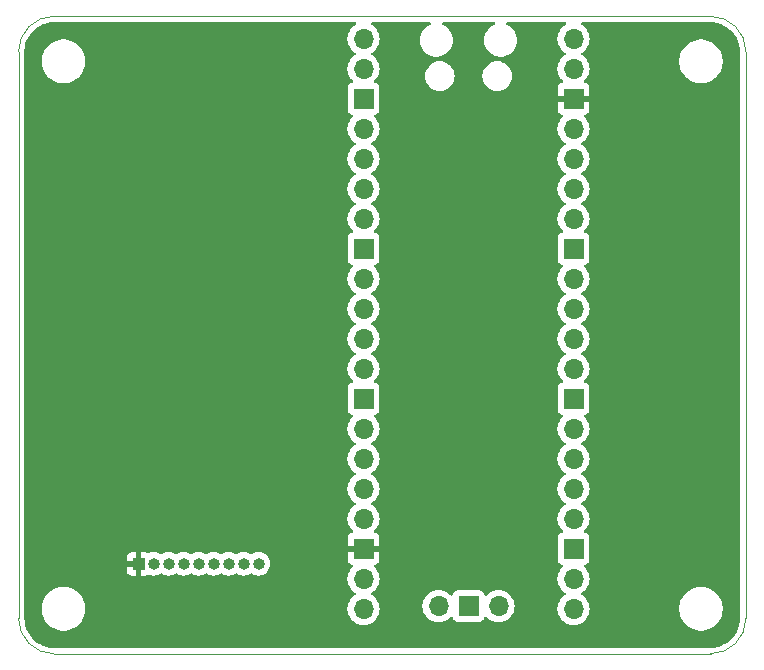
<source format=gbl>
%TF.GenerationSoftware,KiCad,Pcbnew,8.0.3-8.0.3-0~ubuntu22.04.1*%
%TF.CreationDate,2025-12-31T16:49:29+00:00*%
%TF.ProjectId,pixelpusher,70697865-6c70-4757-9368-65722e6b6963,rev?*%
%TF.SameCoordinates,Original*%
%TF.FileFunction,Copper,L2,Bot*%
%TF.FilePolarity,Positive*%
%FSLAX46Y46*%
G04 Gerber Fmt 4.6, Leading zero omitted, Abs format (unit mm)*
G04 Created by KiCad (PCBNEW 8.0.3-8.0.3-0~ubuntu22.04.1) date 2025-12-31 16:49:29*
%MOMM*%
%LPD*%
G01*
G04 APERTURE LIST*
%TA.AperFunction,ComponentPad*%
%ADD10O,1.700000X1.700000*%
%TD*%
%TA.AperFunction,ComponentPad*%
%ADD11R,1.700000X1.700000*%
%TD*%
%TA.AperFunction,ComponentPad*%
%ADD12R,1.000000X1.000000*%
%TD*%
%TA.AperFunction,ComponentPad*%
%ADD13O,1.000000X1.000000*%
%TD*%
%TA.AperFunction,ViaPad*%
%ADD14C,0.600000*%
%TD*%
%TA.AperFunction,Profile*%
%ADD15C,0.050000*%
%TD*%
G04 APERTURE END LIST*
D10*
%TO.P,U1,1,GPIO0*%
%TO.N,Net-(U1-GPIO0)*%
X160020000Y-86360000D03*
%TO.P,U1,2,GPIO1*%
%TO.N,Net-(U1-GPIO1)*%
X160020000Y-88900000D03*
D11*
%TO.P,U1,3,GND*%
%TO.N,unconnected-(U1-GND-Pad3)*%
X160020000Y-91440000D03*
D10*
%TO.P,U1,4,GPIO2*%
%TO.N,Net-(U1-GPIO2)*%
X160020000Y-93980000D03*
%TO.P,U1,5,GPIO3*%
%TO.N,Net-(U1-GPIO3)*%
X160020000Y-96520000D03*
%TO.P,U1,6,GPIO4*%
%TO.N,Net-(U1-GPIO4)*%
X160020000Y-99060000D03*
%TO.P,U1,7,GPIO5*%
%TO.N,Net-(U1-GPIO5)*%
X160020000Y-101600000D03*
D11*
%TO.P,U1,8,GND*%
%TO.N,unconnected-(U1-GND-Pad8)*%
X160020000Y-104140000D03*
D10*
%TO.P,U1,9,GPIO6*%
%TO.N,Net-(U1-GPIO6)*%
X160020000Y-106680000D03*
%TO.P,U1,10,GPIO7*%
%TO.N,Net-(U1-GPIO7)*%
X160020000Y-109220000D03*
%TO.P,U1,11,GPIO8*%
%TO.N,unconnected-(U1-GPIO8-Pad11)*%
X160020000Y-111760000D03*
%TO.P,U1,12,GPIO9*%
%TO.N,unconnected-(U1-GPIO9-Pad12)*%
X160020000Y-114300000D03*
D11*
%TO.P,U1,13,GND*%
%TO.N,unconnected-(U1-GND-Pad13)*%
X160020000Y-116840000D03*
D10*
%TO.P,U1,14,GPIO10*%
%TO.N,unconnected-(U1-GPIO10-Pad14)*%
X160020000Y-119380000D03*
%TO.P,U1,15,GPIO11*%
%TO.N,unconnected-(U1-GPIO11-Pad15)*%
X160020000Y-121920000D03*
%TO.P,U1,16,GPIO12*%
%TO.N,unconnected-(U1-GPIO12-Pad16)*%
X160020000Y-124460000D03*
%TO.P,U1,17,GPIO13*%
%TO.N,unconnected-(U1-GPIO13-Pad17)*%
X160020000Y-127000000D03*
D11*
%TO.P,U1,18,GND*%
%TO.N,GND*%
X160020000Y-129540000D03*
D10*
%TO.P,U1,19,GPIO14*%
%TO.N,unconnected-(U1-GPIO14-Pad19)*%
X160020000Y-132080000D03*
%TO.P,U1,20,GPIO15*%
%TO.N,unconnected-(U1-GPIO15-Pad20)*%
X160020000Y-134620000D03*
%TO.P,U1,21,GPIO16*%
%TO.N,unconnected-(U1-GPIO16-Pad21)*%
X177800000Y-134620000D03*
%TO.P,U1,22,GPIO17*%
%TO.N,unconnected-(U1-GPIO17-Pad22)*%
X177800000Y-132080000D03*
D11*
%TO.P,U1,23,GND*%
%TO.N,unconnected-(U1-GND-Pad23)*%
X177800000Y-129540000D03*
D10*
%TO.P,U1,24,GPIO18*%
%TO.N,unconnected-(U1-GPIO18-Pad24)*%
X177800000Y-127000000D03*
%TO.P,U1,25,GPIO19*%
%TO.N,unconnected-(U1-GPIO19-Pad25)*%
X177800000Y-124460000D03*
%TO.P,U1,26,GPIO20*%
%TO.N,unconnected-(U1-GPIO20-Pad26)*%
X177800000Y-121920000D03*
%TO.P,U1,27,GPIO21*%
%TO.N,unconnected-(U1-GPIO21-Pad27)*%
X177800000Y-119380000D03*
D11*
%TO.P,U1,28,GND*%
%TO.N,unconnected-(U1-GND-Pad28)*%
X177800000Y-116840000D03*
D10*
%TO.P,U1,29,GPIO22*%
%TO.N,unconnected-(U1-GPIO22-Pad29)*%
X177800000Y-114300000D03*
%TO.P,U1,30,RUN*%
%TO.N,unconnected-(U1-RUN-Pad30)*%
X177800000Y-111760000D03*
%TO.P,U1,31,GPIO26_ADC0*%
%TO.N,unconnected-(U1-GPIO26_ADC0-Pad31)*%
X177800000Y-109220000D03*
%TO.P,U1,32,GPIO27_ADC1*%
%TO.N,unconnected-(U1-GPIO27_ADC1-Pad32)*%
X177800000Y-106680000D03*
D11*
%TO.P,U1,33,AGND*%
%TO.N,unconnected-(U1-AGND-Pad33)*%
X177800000Y-104140000D03*
D10*
%TO.P,U1,34,GPIO28_ADC2*%
%TO.N,unconnected-(U1-GPIO28_ADC2-Pad34)*%
X177800000Y-101600000D03*
%TO.P,U1,35,ADC_VREF*%
%TO.N,unconnected-(U1-ADC_VREF-Pad35)*%
X177800000Y-99060000D03*
%TO.P,U1,36,3V3*%
%TO.N,unconnected-(U1-3V3-Pad36)*%
X177800000Y-96520000D03*
%TO.P,U1,37,3V3_EN*%
%TO.N,unconnected-(U1-3V3_EN-Pad37)*%
X177800000Y-93980000D03*
D11*
%TO.P,U1,38,GND*%
%TO.N,GND*%
X177800000Y-91440000D03*
D10*
%TO.P,U1,39,VSYS*%
%TO.N,unconnected-(U1-VSYS-Pad39)*%
X177800000Y-88900000D03*
%TO.P,U1,40,VBUS*%
%TO.N,VCC*%
X177800000Y-86360000D03*
%TO.P,U1,41,SWCLK*%
%TO.N,unconnected-(U1-SWCLK-Pad41)*%
X166370000Y-134390000D03*
D11*
%TO.P,U1,42,GND*%
%TO.N,unconnected-(U1-GND-Pad42)*%
X168910000Y-134390000D03*
D10*
%TO.P,U1,43,SWDIO*%
%TO.N,unconnected-(U1-SWDIO-Pad43)*%
X171450000Y-134390000D03*
%TD*%
D12*
%TO.P,J1,1,Pin_1*%
%TO.N,GND*%
X140970000Y-130810000D03*
D13*
%TO.P,J1,2,Pin_2*%
%TO.N,Net-(J1-Pin_2)*%
X142240000Y-130810000D03*
%TO.P,J1,3,Pin_3*%
%TO.N,Net-(J1-Pin_3)*%
X143510000Y-130810000D03*
%TO.P,J1,4,Pin_4*%
%TO.N,Net-(J1-Pin_4)*%
X144780000Y-130810000D03*
%TO.P,J1,5,Pin_5*%
%TO.N,Net-(J1-Pin_5)*%
X146050000Y-130810000D03*
%TO.P,J1,6,Pin_6*%
%TO.N,Net-(J1-Pin_6)*%
X147320000Y-130810000D03*
%TO.P,J1,7,Pin_7*%
%TO.N,Net-(J1-Pin_7)*%
X148590000Y-130810000D03*
%TO.P,J1,8,Pin_8*%
%TO.N,Net-(J1-Pin_8)*%
X149860000Y-130810000D03*
%TO.P,J1,9,Pin_9*%
%TO.N,Net-(J1-Pin_9)*%
X151130000Y-130810000D03*
%TD*%
D14*
%TO.N,GND*%
X143510000Y-104775000D03*
X148590000Y-94615000D03*
%TD*%
%TA.AperFunction,Conductor*%
%TO.N,GND*%
G36*
X159345613Y-84975185D02*
G01*
X159391368Y-85027989D01*
X159401312Y-85097147D01*
X159372287Y-85160703D01*
X159346182Y-85182256D01*
X159346605Y-85182860D01*
X159148597Y-85321505D01*
X158981505Y-85488597D01*
X158845965Y-85682169D01*
X158845964Y-85682171D01*
X158746098Y-85896335D01*
X158746094Y-85896344D01*
X158684938Y-86124586D01*
X158684936Y-86124596D01*
X158664341Y-86359999D01*
X158664341Y-86360000D01*
X158684936Y-86595403D01*
X158684938Y-86595413D01*
X158746094Y-86823655D01*
X158746096Y-86823659D01*
X158746097Y-86823663D01*
X158768049Y-86870739D01*
X158845965Y-87037830D01*
X158845967Y-87037834D01*
X158981501Y-87231395D01*
X158981506Y-87231402D01*
X159148597Y-87398493D01*
X159148603Y-87398498D01*
X159334158Y-87528425D01*
X159377783Y-87583002D01*
X159384977Y-87652500D01*
X159353454Y-87714855D01*
X159334158Y-87731575D01*
X159148597Y-87861505D01*
X158981505Y-88028597D01*
X158845965Y-88222169D01*
X158845964Y-88222171D01*
X158746098Y-88436335D01*
X158746094Y-88436344D01*
X158684938Y-88664586D01*
X158684936Y-88664596D01*
X158664341Y-88899999D01*
X158664341Y-88900000D01*
X158684936Y-89135403D01*
X158684938Y-89135413D01*
X158746094Y-89363655D01*
X158746096Y-89363659D01*
X158746097Y-89363663D01*
X158803957Y-89487743D01*
X158845965Y-89577830D01*
X158845967Y-89577834D01*
X158902983Y-89659260D01*
X158981501Y-89771396D01*
X158981506Y-89771402D01*
X159103430Y-89893326D01*
X159136915Y-89954649D01*
X159131931Y-90024341D01*
X159090059Y-90080274D01*
X159059083Y-90097189D01*
X158927669Y-90146203D01*
X158927664Y-90146206D01*
X158812455Y-90232452D01*
X158812452Y-90232455D01*
X158726206Y-90347664D01*
X158726202Y-90347671D01*
X158675908Y-90482517D01*
X158669501Y-90542116D01*
X158669501Y-90542123D01*
X158669500Y-90542135D01*
X158669500Y-92337870D01*
X158669501Y-92337876D01*
X158675908Y-92397483D01*
X158726202Y-92532328D01*
X158726206Y-92532335D01*
X158812452Y-92647544D01*
X158812455Y-92647547D01*
X158927664Y-92733793D01*
X158927671Y-92733797D01*
X159059081Y-92782810D01*
X159115015Y-92824681D01*
X159139432Y-92890145D01*
X159124580Y-92958418D01*
X159103430Y-92986673D01*
X158981503Y-93108600D01*
X158845965Y-93302169D01*
X158845964Y-93302171D01*
X158746098Y-93516335D01*
X158746094Y-93516344D01*
X158684938Y-93744586D01*
X158684936Y-93744596D01*
X158664341Y-93979999D01*
X158664341Y-93980000D01*
X158684936Y-94215403D01*
X158684938Y-94215413D01*
X158746094Y-94443655D01*
X158746096Y-94443659D01*
X158746097Y-94443663D01*
X158845965Y-94657830D01*
X158845967Y-94657834D01*
X158981501Y-94851395D01*
X158981506Y-94851402D01*
X159148597Y-95018493D01*
X159148603Y-95018498D01*
X159334158Y-95148425D01*
X159377783Y-95203002D01*
X159384977Y-95272500D01*
X159353454Y-95334855D01*
X159334158Y-95351575D01*
X159148597Y-95481505D01*
X158981505Y-95648597D01*
X158845965Y-95842169D01*
X158845964Y-95842171D01*
X158746098Y-96056335D01*
X158746094Y-96056344D01*
X158684938Y-96284586D01*
X158684936Y-96284596D01*
X158664341Y-96519999D01*
X158664341Y-96520000D01*
X158684936Y-96755403D01*
X158684938Y-96755413D01*
X158746094Y-96983655D01*
X158746096Y-96983659D01*
X158746097Y-96983663D01*
X158845965Y-97197830D01*
X158845967Y-97197834D01*
X158981501Y-97391395D01*
X158981506Y-97391402D01*
X159148597Y-97558493D01*
X159148603Y-97558498D01*
X159334158Y-97688425D01*
X159377783Y-97743002D01*
X159384977Y-97812500D01*
X159353454Y-97874855D01*
X159334158Y-97891575D01*
X159148597Y-98021505D01*
X158981505Y-98188597D01*
X158845965Y-98382169D01*
X158845964Y-98382171D01*
X158746098Y-98596335D01*
X158746094Y-98596344D01*
X158684938Y-98824586D01*
X158684936Y-98824596D01*
X158664341Y-99059999D01*
X158664341Y-99060000D01*
X158684936Y-99295403D01*
X158684938Y-99295413D01*
X158746094Y-99523655D01*
X158746096Y-99523659D01*
X158746097Y-99523663D01*
X158845965Y-99737830D01*
X158845967Y-99737834D01*
X158981501Y-99931395D01*
X158981506Y-99931402D01*
X159148597Y-100098493D01*
X159148603Y-100098498D01*
X159334158Y-100228425D01*
X159377783Y-100283002D01*
X159384977Y-100352500D01*
X159353454Y-100414855D01*
X159334158Y-100431575D01*
X159148597Y-100561505D01*
X158981505Y-100728597D01*
X158845965Y-100922169D01*
X158845964Y-100922171D01*
X158746098Y-101136335D01*
X158746094Y-101136344D01*
X158684938Y-101364586D01*
X158684936Y-101364596D01*
X158664341Y-101599999D01*
X158664341Y-101600000D01*
X158684936Y-101835403D01*
X158684938Y-101835413D01*
X158746094Y-102063655D01*
X158746096Y-102063659D01*
X158746097Y-102063663D01*
X158845965Y-102277830D01*
X158845967Y-102277834D01*
X158954281Y-102432521D01*
X158981501Y-102471396D01*
X158981506Y-102471402D01*
X159103430Y-102593326D01*
X159136915Y-102654649D01*
X159131931Y-102724341D01*
X159090059Y-102780274D01*
X159059083Y-102797189D01*
X158927669Y-102846203D01*
X158927664Y-102846206D01*
X158812455Y-102932452D01*
X158812452Y-102932455D01*
X158726206Y-103047664D01*
X158726202Y-103047671D01*
X158675908Y-103182517D01*
X158669501Y-103242116D01*
X158669501Y-103242123D01*
X158669500Y-103242135D01*
X158669500Y-105037870D01*
X158669501Y-105037876D01*
X158675908Y-105097483D01*
X158726202Y-105232328D01*
X158726206Y-105232335D01*
X158812452Y-105347544D01*
X158812455Y-105347547D01*
X158927664Y-105433793D01*
X158927671Y-105433797D01*
X159059081Y-105482810D01*
X159115015Y-105524681D01*
X159139432Y-105590145D01*
X159124580Y-105658418D01*
X159103430Y-105686673D01*
X158981503Y-105808600D01*
X158845965Y-106002169D01*
X158845964Y-106002171D01*
X158746098Y-106216335D01*
X158746094Y-106216344D01*
X158684938Y-106444586D01*
X158684936Y-106444596D01*
X158664341Y-106679999D01*
X158664341Y-106680000D01*
X158684936Y-106915403D01*
X158684938Y-106915413D01*
X158746094Y-107143655D01*
X158746096Y-107143659D01*
X158746097Y-107143663D01*
X158845965Y-107357830D01*
X158845967Y-107357834D01*
X158981501Y-107551395D01*
X158981506Y-107551402D01*
X159148597Y-107718493D01*
X159148603Y-107718498D01*
X159334158Y-107848425D01*
X159377783Y-107903002D01*
X159384977Y-107972500D01*
X159353454Y-108034855D01*
X159334158Y-108051575D01*
X159148597Y-108181505D01*
X158981505Y-108348597D01*
X158845965Y-108542169D01*
X158845964Y-108542171D01*
X158746098Y-108756335D01*
X158746094Y-108756344D01*
X158684938Y-108984586D01*
X158684936Y-108984596D01*
X158664341Y-109219999D01*
X158664341Y-109220000D01*
X158684936Y-109455403D01*
X158684938Y-109455413D01*
X158746094Y-109683655D01*
X158746096Y-109683659D01*
X158746097Y-109683663D01*
X158845965Y-109897830D01*
X158845967Y-109897834D01*
X158981501Y-110091395D01*
X158981506Y-110091402D01*
X159148597Y-110258493D01*
X159148603Y-110258498D01*
X159334158Y-110388425D01*
X159377783Y-110443002D01*
X159384977Y-110512500D01*
X159353454Y-110574855D01*
X159334158Y-110591575D01*
X159148597Y-110721505D01*
X158981505Y-110888597D01*
X158845965Y-111082169D01*
X158845964Y-111082171D01*
X158746098Y-111296335D01*
X158746094Y-111296344D01*
X158684938Y-111524586D01*
X158684936Y-111524596D01*
X158664341Y-111759999D01*
X158664341Y-111760000D01*
X158684936Y-111995403D01*
X158684938Y-111995413D01*
X158746094Y-112223655D01*
X158746096Y-112223659D01*
X158746097Y-112223663D01*
X158845965Y-112437830D01*
X158845967Y-112437834D01*
X158981501Y-112631395D01*
X158981506Y-112631402D01*
X159148597Y-112798493D01*
X159148603Y-112798498D01*
X159334158Y-112928425D01*
X159377783Y-112983002D01*
X159384977Y-113052500D01*
X159353454Y-113114855D01*
X159334158Y-113131575D01*
X159148597Y-113261505D01*
X158981505Y-113428597D01*
X158845965Y-113622169D01*
X158845964Y-113622171D01*
X158746098Y-113836335D01*
X158746094Y-113836344D01*
X158684938Y-114064586D01*
X158684936Y-114064596D01*
X158664341Y-114299999D01*
X158664341Y-114300000D01*
X158684936Y-114535403D01*
X158684938Y-114535413D01*
X158746094Y-114763655D01*
X158746096Y-114763659D01*
X158746097Y-114763663D01*
X158845965Y-114977830D01*
X158845967Y-114977834D01*
X158954281Y-115132521D01*
X158981501Y-115171396D01*
X158981506Y-115171402D01*
X159103430Y-115293326D01*
X159136915Y-115354649D01*
X159131931Y-115424341D01*
X159090059Y-115480274D01*
X159059083Y-115497189D01*
X158927669Y-115546203D01*
X158927664Y-115546206D01*
X158812455Y-115632452D01*
X158812452Y-115632455D01*
X158726206Y-115747664D01*
X158726202Y-115747671D01*
X158675908Y-115882517D01*
X158669501Y-115942116D01*
X158669501Y-115942123D01*
X158669500Y-115942135D01*
X158669500Y-117737870D01*
X158669501Y-117737876D01*
X158675908Y-117797483D01*
X158726202Y-117932328D01*
X158726206Y-117932335D01*
X158812452Y-118047544D01*
X158812455Y-118047547D01*
X158927664Y-118133793D01*
X158927671Y-118133797D01*
X159059081Y-118182810D01*
X159115015Y-118224681D01*
X159139432Y-118290145D01*
X159124580Y-118358418D01*
X159103430Y-118386673D01*
X158981503Y-118508600D01*
X158845965Y-118702169D01*
X158845964Y-118702171D01*
X158746098Y-118916335D01*
X158746094Y-118916344D01*
X158684938Y-119144586D01*
X158684936Y-119144596D01*
X158664341Y-119379999D01*
X158664341Y-119380000D01*
X158684936Y-119615403D01*
X158684938Y-119615413D01*
X158746094Y-119843655D01*
X158746096Y-119843659D01*
X158746097Y-119843663D01*
X158845965Y-120057830D01*
X158845967Y-120057834D01*
X158981501Y-120251395D01*
X158981506Y-120251402D01*
X159148597Y-120418493D01*
X159148603Y-120418498D01*
X159334158Y-120548425D01*
X159377783Y-120603002D01*
X159384977Y-120672500D01*
X159353454Y-120734855D01*
X159334158Y-120751575D01*
X159148597Y-120881505D01*
X158981505Y-121048597D01*
X158845965Y-121242169D01*
X158845964Y-121242171D01*
X158746098Y-121456335D01*
X158746094Y-121456344D01*
X158684938Y-121684586D01*
X158684936Y-121684596D01*
X158664341Y-121919999D01*
X158664341Y-121920000D01*
X158684936Y-122155403D01*
X158684938Y-122155413D01*
X158746094Y-122383655D01*
X158746096Y-122383659D01*
X158746097Y-122383663D01*
X158845965Y-122597830D01*
X158845967Y-122597834D01*
X158981501Y-122791395D01*
X158981506Y-122791402D01*
X159148597Y-122958493D01*
X159148603Y-122958498D01*
X159334158Y-123088425D01*
X159377783Y-123143002D01*
X159384977Y-123212500D01*
X159353454Y-123274855D01*
X159334158Y-123291575D01*
X159148597Y-123421505D01*
X158981505Y-123588597D01*
X158845965Y-123782169D01*
X158845964Y-123782171D01*
X158746098Y-123996335D01*
X158746094Y-123996344D01*
X158684938Y-124224586D01*
X158684936Y-124224596D01*
X158664341Y-124459999D01*
X158664341Y-124460000D01*
X158684936Y-124695403D01*
X158684938Y-124695413D01*
X158746094Y-124923655D01*
X158746096Y-124923659D01*
X158746097Y-124923663D01*
X158845965Y-125137830D01*
X158845967Y-125137834D01*
X158981501Y-125331395D01*
X158981506Y-125331402D01*
X159148597Y-125498493D01*
X159148603Y-125498498D01*
X159334158Y-125628425D01*
X159377783Y-125683002D01*
X159384977Y-125752500D01*
X159353454Y-125814855D01*
X159334158Y-125831575D01*
X159148597Y-125961505D01*
X158981505Y-126128597D01*
X158845965Y-126322169D01*
X158845964Y-126322171D01*
X158746098Y-126536335D01*
X158746094Y-126536344D01*
X158684938Y-126764586D01*
X158684936Y-126764596D01*
X158664341Y-126999999D01*
X158664341Y-127000000D01*
X158684936Y-127235403D01*
X158684938Y-127235413D01*
X158746094Y-127463655D01*
X158746096Y-127463659D01*
X158746097Y-127463663D01*
X158845965Y-127677830D01*
X158845967Y-127677834D01*
X158954281Y-127832521D01*
X158981501Y-127871396D01*
X158981506Y-127871402D01*
X159103818Y-127993714D01*
X159137303Y-128055037D01*
X159132319Y-128124729D01*
X159090447Y-128180662D01*
X159059471Y-128197577D01*
X158927912Y-128246646D01*
X158927906Y-128246649D01*
X158812812Y-128332809D01*
X158812809Y-128332812D01*
X158726649Y-128447906D01*
X158726645Y-128447913D01*
X158676403Y-128582620D01*
X158676401Y-128582627D01*
X158670000Y-128642155D01*
X158670000Y-129290000D01*
X159575440Y-129290000D01*
X159544755Y-129343147D01*
X159510000Y-129472857D01*
X159510000Y-129607143D01*
X159544755Y-129736853D01*
X159575440Y-129790000D01*
X158670000Y-129790000D01*
X158670000Y-130437844D01*
X158676401Y-130497372D01*
X158676403Y-130497379D01*
X158726645Y-130632086D01*
X158726649Y-130632093D01*
X158812809Y-130747187D01*
X158812812Y-130747190D01*
X158927906Y-130833350D01*
X158927913Y-130833354D01*
X159059470Y-130882421D01*
X159115403Y-130924292D01*
X159139821Y-130989756D01*
X159124970Y-131058029D01*
X159103819Y-131086284D01*
X158981503Y-131208600D01*
X158845965Y-131402169D01*
X158845964Y-131402171D01*
X158746098Y-131616335D01*
X158746094Y-131616344D01*
X158684938Y-131844586D01*
X158684936Y-131844596D01*
X158664341Y-132079999D01*
X158664341Y-132080000D01*
X158684936Y-132315403D01*
X158684938Y-132315413D01*
X158746094Y-132543655D01*
X158746096Y-132543659D01*
X158746097Y-132543663D01*
X158845965Y-132757830D01*
X158845967Y-132757834D01*
X158981501Y-132951395D01*
X158981506Y-132951402D01*
X159148597Y-133118493D01*
X159148603Y-133118498D01*
X159334158Y-133248425D01*
X159377783Y-133303002D01*
X159384977Y-133372500D01*
X159353454Y-133434855D01*
X159334158Y-133451575D01*
X159148597Y-133581505D01*
X158981505Y-133748597D01*
X158845965Y-133942169D01*
X158845964Y-133942171D01*
X158746098Y-134156335D01*
X158746094Y-134156344D01*
X158684938Y-134384586D01*
X158684936Y-134384596D01*
X158664341Y-134619999D01*
X158664341Y-134620000D01*
X158684936Y-134855403D01*
X158684938Y-134855413D01*
X158746094Y-135083655D01*
X158746096Y-135083659D01*
X158746097Y-135083663D01*
X158841322Y-135287873D01*
X158845965Y-135297830D01*
X158845967Y-135297834D01*
X158941127Y-135433736D01*
X158981505Y-135491401D01*
X159148599Y-135658495D01*
X159184733Y-135683796D01*
X159342165Y-135794032D01*
X159342167Y-135794033D01*
X159342170Y-135794035D01*
X159556337Y-135893903D01*
X159784592Y-135955063D01*
X159972918Y-135971539D01*
X160019999Y-135975659D01*
X160020000Y-135975659D01*
X160020001Y-135975659D01*
X160059234Y-135972226D01*
X160255408Y-135955063D01*
X160483663Y-135893903D01*
X160697830Y-135794035D01*
X160891401Y-135658495D01*
X161058495Y-135491401D01*
X161194035Y-135297830D01*
X161293903Y-135083663D01*
X161355063Y-134855408D01*
X161375659Y-134620000D01*
X161355536Y-134389999D01*
X165014341Y-134389999D01*
X165014341Y-134390000D01*
X165034936Y-134625403D01*
X165034938Y-134625413D01*
X165096094Y-134853655D01*
X165096096Y-134853659D01*
X165096097Y-134853663D01*
X165180499Y-135034663D01*
X165195965Y-135067830D01*
X165195967Y-135067834D01*
X165299785Y-135216100D01*
X165331505Y-135261401D01*
X165498599Y-135428495D01*
X165588429Y-135491395D01*
X165692165Y-135564032D01*
X165692167Y-135564033D01*
X165692170Y-135564035D01*
X165906337Y-135663903D01*
X166134592Y-135725063D01*
X166311034Y-135740500D01*
X166369999Y-135745659D01*
X166370000Y-135745659D01*
X166370001Y-135745659D01*
X166428966Y-135740500D01*
X166605408Y-135725063D01*
X166833663Y-135663903D01*
X167047830Y-135564035D01*
X167241401Y-135428495D01*
X167363329Y-135306566D01*
X167424648Y-135273084D01*
X167494340Y-135278068D01*
X167550274Y-135319939D01*
X167567189Y-135350917D01*
X167616202Y-135482328D01*
X167616206Y-135482335D01*
X167702452Y-135597544D01*
X167702455Y-135597547D01*
X167817664Y-135683793D01*
X167817671Y-135683797D01*
X167952517Y-135734091D01*
X167952516Y-135734091D01*
X167959444Y-135734835D01*
X168012127Y-135740500D01*
X169807872Y-135740499D01*
X169867483Y-135734091D01*
X170002331Y-135683796D01*
X170117546Y-135597546D01*
X170203796Y-135482331D01*
X170252810Y-135350916D01*
X170294681Y-135294984D01*
X170360145Y-135270566D01*
X170428418Y-135285417D01*
X170456673Y-135306569D01*
X170578599Y-135428495D01*
X170668429Y-135491395D01*
X170772165Y-135564032D01*
X170772167Y-135564033D01*
X170772170Y-135564035D01*
X170986337Y-135663903D01*
X171214592Y-135725063D01*
X171391034Y-135740500D01*
X171449999Y-135745659D01*
X171450000Y-135745659D01*
X171450001Y-135745659D01*
X171508966Y-135740500D01*
X171685408Y-135725063D01*
X171913663Y-135663903D01*
X172127830Y-135564035D01*
X172321401Y-135428495D01*
X172488495Y-135261401D01*
X172624035Y-135067830D01*
X172723903Y-134853663D01*
X172785063Y-134625408D01*
X172805659Y-134390000D01*
X172785063Y-134154592D01*
X172723903Y-133926337D01*
X172624035Y-133712171D01*
X172538285Y-133589706D01*
X172488494Y-133518597D01*
X172321402Y-133351506D01*
X172321395Y-133351501D01*
X172319251Y-133350000D01*
X172244518Y-133297671D01*
X172127834Y-133215967D01*
X172127830Y-133215965D01*
X172127828Y-133215964D01*
X171913663Y-133116097D01*
X171913659Y-133116096D01*
X171913655Y-133116094D01*
X171685413Y-133054938D01*
X171685403Y-133054936D01*
X171450001Y-133034341D01*
X171449999Y-133034341D01*
X171214596Y-133054936D01*
X171214586Y-133054938D01*
X170986344Y-133116094D01*
X170986335Y-133116098D01*
X170772171Y-133215964D01*
X170772169Y-133215965D01*
X170578600Y-133351503D01*
X170456673Y-133473430D01*
X170395350Y-133506914D01*
X170325658Y-133501930D01*
X170269725Y-133460058D01*
X170252810Y-133429081D01*
X170203797Y-133297671D01*
X170203793Y-133297664D01*
X170117547Y-133182455D01*
X170117544Y-133182452D01*
X170002335Y-133096206D01*
X170002328Y-133096202D01*
X169867482Y-133045908D01*
X169867483Y-133045908D01*
X169807883Y-133039501D01*
X169807881Y-133039500D01*
X169807873Y-133039500D01*
X169807864Y-133039500D01*
X168012129Y-133039500D01*
X168012123Y-133039501D01*
X167952516Y-133045908D01*
X167817671Y-133096202D01*
X167817664Y-133096206D01*
X167702455Y-133182452D01*
X167702452Y-133182455D01*
X167616206Y-133297664D01*
X167616203Y-133297669D01*
X167567189Y-133429083D01*
X167525317Y-133485016D01*
X167459853Y-133509433D01*
X167391580Y-133494581D01*
X167363326Y-133473430D01*
X167241402Y-133351506D01*
X167241395Y-133351501D01*
X167239251Y-133350000D01*
X167164518Y-133297671D01*
X167047834Y-133215967D01*
X167047830Y-133215965D01*
X167047828Y-133215964D01*
X166833663Y-133116097D01*
X166833659Y-133116096D01*
X166833655Y-133116094D01*
X166605413Y-133054938D01*
X166605403Y-133054936D01*
X166370001Y-133034341D01*
X166369999Y-133034341D01*
X166134596Y-133054936D01*
X166134586Y-133054938D01*
X165906344Y-133116094D01*
X165906335Y-133116098D01*
X165692171Y-133215964D01*
X165692169Y-133215965D01*
X165498597Y-133351505D01*
X165331505Y-133518597D01*
X165195965Y-133712169D01*
X165195964Y-133712171D01*
X165096098Y-133926335D01*
X165096094Y-133926344D01*
X165034938Y-134154586D01*
X165034936Y-134154596D01*
X165014341Y-134389999D01*
X161355536Y-134389999D01*
X161355063Y-134384592D01*
X161293903Y-134156337D01*
X161194035Y-133942171D01*
X161058495Y-133748599D01*
X161058494Y-133748597D01*
X160891402Y-133581506D01*
X160891396Y-133581501D01*
X160705842Y-133451575D01*
X160662217Y-133396998D01*
X160655023Y-133327500D01*
X160686546Y-133265145D01*
X160705842Y-133248425D01*
X160752197Y-133215967D01*
X160891401Y-133118495D01*
X161058495Y-132951401D01*
X161194035Y-132757830D01*
X161293903Y-132543663D01*
X161355063Y-132315408D01*
X161375659Y-132080000D01*
X161355063Y-131844592D01*
X161293903Y-131616337D01*
X161194035Y-131402171D01*
X161058495Y-131208599D01*
X160936179Y-131086283D01*
X160902696Y-131024963D01*
X160907680Y-130955271D01*
X160949551Y-130899337D01*
X160980529Y-130882422D01*
X161112086Y-130833354D01*
X161112093Y-130833350D01*
X161227187Y-130747190D01*
X161227190Y-130747187D01*
X161313350Y-130632093D01*
X161313354Y-130632086D01*
X161363596Y-130497379D01*
X161363598Y-130497372D01*
X161369999Y-130437844D01*
X161370000Y-130437827D01*
X161370000Y-129790000D01*
X160464560Y-129790000D01*
X160495245Y-129736853D01*
X160530000Y-129607143D01*
X160530000Y-129472857D01*
X160495245Y-129343147D01*
X160464560Y-129290000D01*
X161370000Y-129290000D01*
X161370000Y-128642172D01*
X161369999Y-128642155D01*
X161363598Y-128582627D01*
X161363596Y-128582620D01*
X161313354Y-128447913D01*
X161313350Y-128447906D01*
X161227190Y-128332812D01*
X161227187Y-128332809D01*
X161112093Y-128246649D01*
X161112088Y-128246646D01*
X160980528Y-128197577D01*
X160924595Y-128155705D01*
X160900178Y-128090241D01*
X160915030Y-128021968D01*
X160936175Y-127993720D01*
X161058495Y-127871401D01*
X161194035Y-127677830D01*
X161293903Y-127463663D01*
X161355063Y-127235408D01*
X161375659Y-127000000D01*
X161355063Y-126764592D01*
X161293903Y-126536337D01*
X161194035Y-126322171D01*
X161058495Y-126128599D01*
X161058494Y-126128597D01*
X160891402Y-125961506D01*
X160891396Y-125961501D01*
X160705842Y-125831575D01*
X160662217Y-125776998D01*
X160655023Y-125707500D01*
X160686546Y-125645145D01*
X160705842Y-125628425D01*
X160728026Y-125612891D01*
X160891401Y-125498495D01*
X161058495Y-125331401D01*
X161194035Y-125137830D01*
X161293903Y-124923663D01*
X161355063Y-124695408D01*
X161375659Y-124460000D01*
X161355063Y-124224592D01*
X161293903Y-123996337D01*
X161194035Y-123782171D01*
X161058495Y-123588599D01*
X161058494Y-123588597D01*
X160891402Y-123421506D01*
X160891396Y-123421501D01*
X160705842Y-123291575D01*
X160662217Y-123236998D01*
X160655023Y-123167500D01*
X160686546Y-123105145D01*
X160705842Y-123088425D01*
X160728026Y-123072891D01*
X160891401Y-122958495D01*
X161058495Y-122791401D01*
X161194035Y-122597830D01*
X161293903Y-122383663D01*
X161355063Y-122155408D01*
X161375659Y-121920000D01*
X161355063Y-121684592D01*
X161293903Y-121456337D01*
X161194035Y-121242171D01*
X161058495Y-121048599D01*
X161058494Y-121048597D01*
X160891402Y-120881506D01*
X160891396Y-120881501D01*
X160705842Y-120751575D01*
X160662217Y-120696998D01*
X160655023Y-120627500D01*
X160686546Y-120565145D01*
X160705842Y-120548425D01*
X160728026Y-120532891D01*
X160891401Y-120418495D01*
X161058495Y-120251401D01*
X161194035Y-120057830D01*
X161293903Y-119843663D01*
X161355063Y-119615408D01*
X161375659Y-119380000D01*
X161355063Y-119144592D01*
X161293903Y-118916337D01*
X161194035Y-118702171D01*
X161058495Y-118508599D01*
X160936567Y-118386671D01*
X160903084Y-118325351D01*
X160908068Y-118255659D01*
X160949939Y-118199725D01*
X160980915Y-118182810D01*
X161112331Y-118133796D01*
X161227546Y-118047546D01*
X161313796Y-117932331D01*
X161364091Y-117797483D01*
X161370500Y-117737873D01*
X161370499Y-115942128D01*
X161364091Y-115882517D01*
X161313796Y-115747669D01*
X161313795Y-115747668D01*
X161313793Y-115747664D01*
X161227547Y-115632455D01*
X161227544Y-115632452D01*
X161112335Y-115546206D01*
X161112328Y-115546202D01*
X160980917Y-115497189D01*
X160924983Y-115455318D01*
X160900566Y-115389853D01*
X160915418Y-115321580D01*
X160936563Y-115293332D01*
X161058495Y-115171401D01*
X161194035Y-114977830D01*
X161293903Y-114763663D01*
X161355063Y-114535408D01*
X161375659Y-114300000D01*
X161355063Y-114064592D01*
X161293903Y-113836337D01*
X161194035Y-113622171D01*
X161058495Y-113428599D01*
X161058494Y-113428597D01*
X160891402Y-113261506D01*
X160891396Y-113261501D01*
X160705842Y-113131575D01*
X160662217Y-113076998D01*
X160655023Y-113007500D01*
X160686546Y-112945145D01*
X160705842Y-112928425D01*
X160728026Y-112912891D01*
X160891401Y-112798495D01*
X161058495Y-112631401D01*
X161194035Y-112437830D01*
X161293903Y-112223663D01*
X161355063Y-111995408D01*
X161375659Y-111760000D01*
X161355063Y-111524592D01*
X161293903Y-111296337D01*
X161194035Y-111082171D01*
X161058495Y-110888599D01*
X161058494Y-110888597D01*
X160891402Y-110721506D01*
X160891396Y-110721501D01*
X160705842Y-110591575D01*
X160662217Y-110536998D01*
X160655023Y-110467500D01*
X160686546Y-110405145D01*
X160705842Y-110388425D01*
X160728026Y-110372891D01*
X160891401Y-110258495D01*
X161058495Y-110091401D01*
X161194035Y-109897830D01*
X161293903Y-109683663D01*
X161355063Y-109455408D01*
X161375659Y-109220000D01*
X161355063Y-108984592D01*
X161293903Y-108756337D01*
X161194035Y-108542171D01*
X161058495Y-108348599D01*
X161058494Y-108348597D01*
X160891402Y-108181506D01*
X160891396Y-108181501D01*
X160705842Y-108051575D01*
X160662217Y-107996998D01*
X160655023Y-107927500D01*
X160686546Y-107865145D01*
X160705842Y-107848425D01*
X160728026Y-107832891D01*
X160891401Y-107718495D01*
X161058495Y-107551401D01*
X161194035Y-107357830D01*
X161293903Y-107143663D01*
X161355063Y-106915408D01*
X161375659Y-106680000D01*
X161355063Y-106444592D01*
X161293903Y-106216337D01*
X161194035Y-106002171D01*
X161058495Y-105808599D01*
X160936567Y-105686671D01*
X160903084Y-105625351D01*
X160908068Y-105555659D01*
X160949939Y-105499725D01*
X160980915Y-105482810D01*
X161112331Y-105433796D01*
X161227546Y-105347546D01*
X161313796Y-105232331D01*
X161364091Y-105097483D01*
X161370500Y-105037873D01*
X161370499Y-103242128D01*
X161364091Y-103182517D01*
X161313796Y-103047669D01*
X161313795Y-103047668D01*
X161313793Y-103047664D01*
X161227547Y-102932455D01*
X161227544Y-102932452D01*
X161112335Y-102846206D01*
X161112328Y-102846202D01*
X160980917Y-102797189D01*
X160924983Y-102755318D01*
X160900566Y-102689853D01*
X160915418Y-102621580D01*
X160936563Y-102593332D01*
X161058495Y-102471401D01*
X161194035Y-102277830D01*
X161293903Y-102063663D01*
X161355063Y-101835408D01*
X161375659Y-101600000D01*
X161355063Y-101364592D01*
X161293903Y-101136337D01*
X161194035Y-100922171D01*
X161058495Y-100728599D01*
X161058494Y-100728597D01*
X160891402Y-100561506D01*
X160891396Y-100561501D01*
X160705842Y-100431575D01*
X160662217Y-100376998D01*
X160655023Y-100307500D01*
X160686546Y-100245145D01*
X160705842Y-100228425D01*
X160728026Y-100212891D01*
X160891401Y-100098495D01*
X161058495Y-99931401D01*
X161194035Y-99737830D01*
X161293903Y-99523663D01*
X161355063Y-99295408D01*
X161375659Y-99060000D01*
X161355063Y-98824592D01*
X161293903Y-98596337D01*
X161194035Y-98382171D01*
X161058495Y-98188599D01*
X161058494Y-98188597D01*
X160891402Y-98021506D01*
X160891396Y-98021501D01*
X160705842Y-97891575D01*
X160662217Y-97836998D01*
X160655023Y-97767500D01*
X160686546Y-97705145D01*
X160705842Y-97688425D01*
X160728026Y-97672891D01*
X160891401Y-97558495D01*
X161058495Y-97391401D01*
X161194035Y-97197830D01*
X161293903Y-96983663D01*
X161355063Y-96755408D01*
X161375659Y-96520000D01*
X161355063Y-96284592D01*
X161293903Y-96056337D01*
X161194035Y-95842171D01*
X161058495Y-95648599D01*
X161058494Y-95648597D01*
X160891402Y-95481506D01*
X160891396Y-95481501D01*
X160705842Y-95351575D01*
X160662217Y-95296998D01*
X160655023Y-95227500D01*
X160686546Y-95165145D01*
X160705842Y-95148425D01*
X160728026Y-95132891D01*
X160891401Y-95018495D01*
X161058495Y-94851401D01*
X161194035Y-94657830D01*
X161293903Y-94443663D01*
X161355063Y-94215408D01*
X161375659Y-93980000D01*
X161355063Y-93744592D01*
X161293903Y-93516337D01*
X161194035Y-93302171D01*
X161058495Y-93108599D01*
X160936567Y-92986671D01*
X160903084Y-92925351D01*
X160908068Y-92855659D01*
X160949939Y-92799725D01*
X160980915Y-92782810D01*
X161112331Y-92733796D01*
X161227546Y-92647546D01*
X161313796Y-92532331D01*
X161364091Y-92397483D01*
X161370500Y-92337873D01*
X161370499Y-90542128D01*
X161364091Y-90482517D01*
X161363748Y-90481598D01*
X161313797Y-90347671D01*
X161313793Y-90347664D01*
X161227547Y-90232455D01*
X161227544Y-90232452D01*
X161112335Y-90146206D01*
X161112328Y-90146202D01*
X160980917Y-90097189D01*
X160924983Y-90055318D01*
X160900566Y-89989853D01*
X160915418Y-89921580D01*
X160936563Y-89893332D01*
X161058495Y-89771401D01*
X161194035Y-89577830D01*
X161221003Y-89519997D01*
X165229723Y-89519997D01*
X165229723Y-89520002D01*
X165248793Y-89737975D01*
X165248793Y-89737979D01*
X165305422Y-89949322D01*
X165305424Y-89949326D01*
X165305425Y-89949330D01*
X165340403Y-90024341D01*
X165397897Y-90147638D01*
X165397898Y-90147639D01*
X165523402Y-90326877D01*
X165678123Y-90481598D01*
X165857361Y-90607102D01*
X166055670Y-90699575D01*
X166267023Y-90756207D01*
X166449926Y-90772208D01*
X166484998Y-90775277D01*
X166485000Y-90775277D01*
X166485002Y-90775277D01*
X166513254Y-90772805D01*
X166702977Y-90756207D01*
X166914330Y-90699575D01*
X167112639Y-90607102D01*
X167291877Y-90481598D01*
X167446598Y-90326877D01*
X167572102Y-90147639D01*
X167664575Y-89949330D01*
X167721207Y-89737977D01*
X167740277Y-89520000D01*
X167740277Y-89519997D01*
X170079723Y-89519997D01*
X170079723Y-89520002D01*
X170098793Y-89737975D01*
X170098793Y-89737979D01*
X170155422Y-89949322D01*
X170155424Y-89949326D01*
X170155425Y-89949330D01*
X170190403Y-90024341D01*
X170247897Y-90147638D01*
X170247898Y-90147639D01*
X170373402Y-90326877D01*
X170528123Y-90481598D01*
X170707361Y-90607102D01*
X170905670Y-90699575D01*
X171117023Y-90756207D01*
X171299926Y-90772208D01*
X171334998Y-90775277D01*
X171335000Y-90775277D01*
X171335002Y-90775277D01*
X171363254Y-90772805D01*
X171552977Y-90756207D01*
X171764330Y-90699575D01*
X171962639Y-90607102D01*
X172141877Y-90481598D01*
X172296598Y-90326877D01*
X172422102Y-90147639D01*
X172514575Y-89949330D01*
X172571207Y-89737977D01*
X172590277Y-89520000D01*
X172571207Y-89302023D01*
X172514575Y-89090670D01*
X172422102Y-88892362D01*
X172422100Y-88892359D01*
X172422099Y-88892357D01*
X172296599Y-88713124D01*
X172248061Y-88664586D01*
X172141877Y-88558402D01*
X172003978Y-88461844D01*
X171962638Y-88432897D01*
X171862684Y-88386288D01*
X171764330Y-88340425D01*
X171764326Y-88340424D01*
X171764322Y-88340422D01*
X171552977Y-88283793D01*
X171335002Y-88264723D01*
X171334998Y-88264723D01*
X171189682Y-88277436D01*
X171117023Y-88283793D01*
X171117020Y-88283793D01*
X170905677Y-88340422D01*
X170905668Y-88340426D01*
X170707361Y-88432898D01*
X170707357Y-88432900D01*
X170528121Y-88558402D01*
X170373402Y-88713121D01*
X170247900Y-88892357D01*
X170247898Y-88892361D01*
X170155426Y-89090668D01*
X170155422Y-89090677D01*
X170098793Y-89302020D01*
X170098793Y-89302024D01*
X170079723Y-89519997D01*
X167740277Y-89519997D01*
X167721207Y-89302023D01*
X167664575Y-89090670D01*
X167572102Y-88892362D01*
X167572100Y-88892359D01*
X167572099Y-88892357D01*
X167446599Y-88713124D01*
X167398061Y-88664586D01*
X167291877Y-88558402D01*
X167153978Y-88461844D01*
X167112638Y-88432897D01*
X167012684Y-88386288D01*
X166914330Y-88340425D01*
X166914326Y-88340424D01*
X166914322Y-88340422D01*
X166702977Y-88283793D01*
X166485002Y-88264723D01*
X166484998Y-88264723D01*
X166339682Y-88277436D01*
X166267023Y-88283793D01*
X166267020Y-88283793D01*
X166055677Y-88340422D01*
X166055668Y-88340426D01*
X165857361Y-88432898D01*
X165857357Y-88432900D01*
X165678121Y-88558402D01*
X165523402Y-88713121D01*
X165397900Y-88892357D01*
X165397898Y-88892361D01*
X165305426Y-89090668D01*
X165305422Y-89090677D01*
X165248793Y-89302020D01*
X165248793Y-89302024D01*
X165229723Y-89519997D01*
X161221003Y-89519997D01*
X161293903Y-89363663D01*
X161355063Y-89135408D01*
X161375659Y-88900000D01*
X161355063Y-88664592D01*
X161293903Y-88436337D01*
X161194035Y-88222171D01*
X161058495Y-88028599D01*
X161058494Y-88028597D01*
X160891402Y-87861506D01*
X160891396Y-87861501D01*
X160705842Y-87731575D01*
X160662217Y-87676998D01*
X160655023Y-87607500D01*
X160686546Y-87545145D01*
X160705842Y-87528425D01*
X160805348Y-87458750D01*
X160891401Y-87398495D01*
X161058495Y-87231401D01*
X161194035Y-87037830D01*
X161293903Y-86823663D01*
X161355063Y-86595408D01*
X161375659Y-86360000D01*
X161355063Y-86124592D01*
X161293903Y-85896337D01*
X161194035Y-85682171D01*
X161173759Y-85653213D01*
X161058494Y-85488597D01*
X160891402Y-85321506D01*
X160891395Y-85321501D01*
X160880018Y-85313535D01*
X160697830Y-85185965D01*
X160697831Y-85185965D01*
X160693396Y-85182860D01*
X160694324Y-85181534D01*
X160651214Y-85136325D01*
X160637988Y-85067718D01*
X160663953Y-85002852D01*
X160720866Y-84962322D01*
X160761427Y-84955500D01*
X165598535Y-84955500D01*
X165665574Y-84975185D01*
X165711329Y-85027989D01*
X165721273Y-85097147D01*
X165692248Y-85160703D01*
X165638797Y-85196781D01*
X165620507Y-85203059D01*
X165620495Y-85203064D01*
X165416371Y-85313531D01*
X165416365Y-85313535D01*
X165233222Y-85456081D01*
X165233219Y-85456084D01*
X165076016Y-85626852D01*
X164949075Y-85821151D01*
X164855842Y-86033699D01*
X164798866Y-86258691D01*
X164798864Y-86258702D01*
X164779700Y-86489993D01*
X164779700Y-86490006D01*
X164798864Y-86721297D01*
X164798866Y-86721308D01*
X164855842Y-86946300D01*
X164949075Y-87158848D01*
X165076016Y-87353147D01*
X165076019Y-87353151D01*
X165076021Y-87353153D01*
X165233216Y-87523913D01*
X165233219Y-87523915D01*
X165233222Y-87523918D01*
X165416365Y-87666464D01*
X165416371Y-87666468D01*
X165416374Y-87666470D01*
X165620497Y-87776936D01*
X165734487Y-87816068D01*
X165840015Y-87852297D01*
X165840017Y-87852297D01*
X165840019Y-87852298D01*
X166068951Y-87890500D01*
X166068952Y-87890500D01*
X166301048Y-87890500D01*
X166301049Y-87890500D01*
X166529981Y-87852298D01*
X166749503Y-87776936D01*
X166953626Y-87666470D01*
X167136784Y-87523913D01*
X167293979Y-87353153D01*
X167420924Y-87158849D01*
X167514157Y-86946300D01*
X167571134Y-86721305D01*
X167580902Y-86603422D01*
X167590300Y-86490006D01*
X167590300Y-86489993D01*
X167571135Y-86258702D01*
X167571133Y-86258691D01*
X167514157Y-86033699D01*
X167420924Y-85821151D01*
X167293983Y-85626852D01*
X167293980Y-85626849D01*
X167293979Y-85626847D01*
X167136784Y-85456087D01*
X167136779Y-85456083D01*
X167136777Y-85456081D01*
X166953634Y-85313535D01*
X166953628Y-85313531D01*
X166749504Y-85203064D01*
X166749492Y-85203059D01*
X166731203Y-85196781D01*
X166674187Y-85156396D01*
X166648056Y-85091597D01*
X166661107Y-85022957D01*
X166709196Y-84972269D01*
X166771465Y-84955500D01*
X171048535Y-84955500D01*
X171115574Y-84975185D01*
X171161329Y-85027989D01*
X171171273Y-85097147D01*
X171142248Y-85160703D01*
X171088797Y-85196781D01*
X171070507Y-85203059D01*
X171070495Y-85203064D01*
X170866371Y-85313531D01*
X170866365Y-85313535D01*
X170683222Y-85456081D01*
X170683219Y-85456084D01*
X170526016Y-85626852D01*
X170399075Y-85821151D01*
X170305842Y-86033699D01*
X170248866Y-86258691D01*
X170248864Y-86258702D01*
X170229700Y-86489993D01*
X170229700Y-86490006D01*
X170248864Y-86721297D01*
X170248866Y-86721308D01*
X170305842Y-86946300D01*
X170399075Y-87158848D01*
X170526016Y-87353147D01*
X170526019Y-87353151D01*
X170526021Y-87353153D01*
X170683216Y-87523913D01*
X170683219Y-87523915D01*
X170683222Y-87523918D01*
X170866365Y-87666464D01*
X170866371Y-87666468D01*
X170866374Y-87666470D01*
X171070497Y-87776936D01*
X171184487Y-87816068D01*
X171290015Y-87852297D01*
X171290017Y-87852297D01*
X171290019Y-87852298D01*
X171518951Y-87890500D01*
X171518952Y-87890500D01*
X171751048Y-87890500D01*
X171751049Y-87890500D01*
X171979981Y-87852298D01*
X172199503Y-87776936D01*
X172403626Y-87666470D01*
X172586784Y-87523913D01*
X172743979Y-87353153D01*
X172870924Y-87158849D01*
X172964157Y-86946300D01*
X173021134Y-86721305D01*
X173030902Y-86603422D01*
X173040300Y-86490006D01*
X173040300Y-86489993D01*
X173021135Y-86258702D01*
X173021133Y-86258691D01*
X172964157Y-86033699D01*
X172870924Y-85821151D01*
X172743983Y-85626852D01*
X172743980Y-85626849D01*
X172743979Y-85626847D01*
X172586784Y-85456087D01*
X172586779Y-85456083D01*
X172586777Y-85456081D01*
X172403634Y-85313535D01*
X172403628Y-85313531D01*
X172199504Y-85203064D01*
X172199492Y-85203059D01*
X172181203Y-85196781D01*
X172124187Y-85156396D01*
X172098056Y-85091597D01*
X172111107Y-85022957D01*
X172159196Y-84972269D01*
X172221465Y-84955500D01*
X177058574Y-84955500D01*
X177125613Y-84975185D01*
X177171368Y-85027989D01*
X177181312Y-85097147D01*
X177152287Y-85160703D01*
X177126182Y-85182256D01*
X177126605Y-85182860D01*
X176928597Y-85321505D01*
X176761505Y-85488597D01*
X176625965Y-85682169D01*
X176625964Y-85682171D01*
X176526098Y-85896335D01*
X176526094Y-85896344D01*
X176464938Y-86124586D01*
X176464936Y-86124596D01*
X176444341Y-86359999D01*
X176444341Y-86360000D01*
X176464936Y-86595403D01*
X176464938Y-86595413D01*
X176526094Y-86823655D01*
X176526096Y-86823659D01*
X176526097Y-86823663D01*
X176548049Y-86870739D01*
X176625965Y-87037830D01*
X176625967Y-87037834D01*
X176761501Y-87231395D01*
X176761506Y-87231402D01*
X176928597Y-87398493D01*
X176928603Y-87398498D01*
X177114158Y-87528425D01*
X177157783Y-87583002D01*
X177164977Y-87652500D01*
X177133454Y-87714855D01*
X177114158Y-87731575D01*
X176928597Y-87861505D01*
X176761505Y-88028597D01*
X176625965Y-88222169D01*
X176625964Y-88222171D01*
X176526098Y-88436335D01*
X176526094Y-88436344D01*
X176464938Y-88664586D01*
X176464936Y-88664596D01*
X176444341Y-88899999D01*
X176444341Y-88900000D01*
X176464936Y-89135403D01*
X176464938Y-89135413D01*
X176526094Y-89363655D01*
X176526096Y-89363659D01*
X176526097Y-89363663D01*
X176583957Y-89487743D01*
X176625965Y-89577830D01*
X176625967Y-89577834D01*
X176682983Y-89659260D01*
X176761501Y-89771396D01*
X176761506Y-89771402D01*
X176883818Y-89893714D01*
X176917303Y-89955037D01*
X176912319Y-90024729D01*
X176870447Y-90080662D01*
X176839471Y-90097577D01*
X176707912Y-90146646D01*
X176707906Y-90146649D01*
X176592812Y-90232809D01*
X176592809Y-90232812D01*
X176506649Y-90347906D01*
X176506645Y-90347913D01*
X176456403Y-90482620D01*
X176456401Y-90482627D01*
X176450000Y-90542155D01*
X176450000Y-91190000D01*
X177355440Y-91190000D01*
X177324755Y-91243147D01*
X177290000Y-91372857D01*
X177290000Y-91507143D01*
X177324755Y-91636853D01*
X177355440Y-91690000D01*
X176450000Y-91690000D01*
X176450000Y-92337844D01*
X176456401Y-92397372D01*
X176456403Y-92397379D01*
X176506645Y-92532086D01*
X176506649Y-92532093D01*
X176592809Y-92647187D01*
X176592812Y-92647190D01*
X176707906Y-92733350D01*
X176707913Y-92733354D01*
X176839470Y-92782421D01*
X176895403Y-92824292D01*
X176919821Y-92889756D01*
X176904970Y-92958029D01*
X176883819Y-92986284D01*
X176761503Y-93108600D01*
X176625965Y-93302169D01*
X176625964Y-93302171D01*
X176526098Y-93516335D01*
X176526094Y-93516344D01*
X176464938Y-93744586D01*
X176464936Y-93744596D01*
X176444341Y-93979999D01*
X176444341Y-93980000D01*
X176464936Y-94215403D01*
X176464938Y-94215413D01*
X176526094Y-94443655D01*
X176526096Y-94443659D01*
X176526097Y-94443663D01*
X176625965Y-94657830D01*
X176625967Y-94657834D01*
X176761501Y-94851395D01*
X176761506Y-94851402D01*
X176928597Y-95018493D01*
X176928603Y-95018498D01*
X177114158Y-95148425D01*
X177157783Y-95203002D01*
X177164977Y-95272500D01*
X177133454Y-95334855D01*
X177114158Y-95351575D01*
X176928597Y-95481505D01*
X176761505Y-95648597D01*
X176625965Y-95842169D01*
X176625964Y-95842171D01*
X176526098Y-96056335D01*
X176526094Y-96056344D01*
X176464938Y-96284586D01*
X176464936Y-96284596D01*
X176444341Y-96519999D01*
X176444341Y-96520000D01*
X176464936Y-96755403D01*
X176464938Y-96755413D01*
X176526094Y-96983655D01*
X176526096Y-96983659D01*
X176526097Y-96983663D01*
X176625965Y-97197830D01*
X176625967Y-97197834D01*
X176761501Y-97391395D01*
X176761506Y-97391402D01*
X176928597Y-97558493D01*
X176928603Y-97558498D01*
X177114158Y-97688425D01*
X177157783Y-97743002D01*
X177164977Y-97812500D01*
X177133454Y-97874855D01*
X177114158Y-97891575D01*
X176928597Y-98021505D01*
X176761505Y-98188597D01*
X176625965Y-98382169D01*
X176625964Y-98382171D01*
X176526098Y-98596335D01*
X176526094Y-98596344D01*
X176464938Y-98824586D01*
X176464936Y-98824596D01*
X176444341Y-99059999D01*
X176444341Y-99060000D01*
X176464936Y-99295403D01*
X176464938Y-99295413D01*
X176526094Y-99523655D01*
X176526096Y-99523659D01*
X176526097Y-99523663D01*
X176625965Y-99737830D01*
X176625967Y-99737834D01*
X176761501Y-99931395D01*
X176761506Y-99931402D01*
X176928597Y-100098493D01*
X176928603Y-100098498D01*
X177114158Y-100228425D01*
X177157783Y-100283002D01*
X177164977Y-100352500D01*
X177133454Y-100414855D01*
X177114158Y-100431575D01*
X176928597Y-100561505D01*
X176761505Y-100728597D01*
X176625965Y-100922169D01*
X176625964Y-100922171D01*
X176526098Y-101136335D01*
X176526094Y-101136344D01*
X176464938Y-101364586D01*
X176464936Y-101364596D01*
X176444341Y-101599999D01*
X176444341Y-101600000D01*
X176464936Y-101835403D01*
X176464938Y-101835413D01*
X176526094Y-102063655D01*
X176526096Y-102063659D01*
X176526097Y-102063663D01*
X176625965Y-102277830D01*
X176625967Y-102277834D01*
X176734281Y-102432521D01*
X176761501Y-102471396D01*
X176761506Y-102471402D01*
X176883430Y-102593326D01*
X176916915Y-102654649D01*
X176911931Y-102724341D01*
X176870059Y-102780274D01*
X176839083Y-102797189D01*
X176707669Y-102846203D01*
X176707664Y-102846206D01*
X176592455Y-102932452D01*
X176592452Y-102932455D01*
X176506206Y-103047664D01*
X176506202Y-103047671D01*
X176455908Y-103182517D01*
X176449501Y-103242116D01*
X176449501Y-103242123D01*
X176449500Y-103242135D01*
X176449500Y-105037870D01*
X176449501Y-105037876D01*
X176455908Y-105097483D01*
X176506202Y-105232328D01*
X176506206Y-105232335D01*
X176592452Y-105347544D01*
X176592455Y-105347547D01*
X176707664Y-105433793D01*
X176707671Y-105433797D01*
X176839081Y-105482810D01*
X176895015Y-105524681D01*
X176919432Y-105590145D01*
X176904580Y-105658418D01*
X176883430Y-105686673D01*
X176761503Y-105808600D01*
X176625965Y-106002169D01*
X176625964Y-106002171D01*
X176526098Y-106216335D01*
X176526094Y-106216344D01*
X176464938Y-106444586D01*
X176464936Y-106444596D01*
X176444341Y-106679999D01*
X176444341Y-106680000D01*
X176464936Y-106915403D01*
X176464938Y-106915413D01*
X176526094Y-107143655D01*
X176526096Y-107143659D01*
X176526097Y-107143663D01*
X176625965Y-107357830D01*
X176625967Y-107357834D01*
X176761501Y-107551395D01*
X176761506Y-107551402D01*
X176928597Y-107718493D01*
X176928603Y-107718498D01*
X177114158Y-107848425D01*
X177157783Y-107903002D01*
X177164977Y-107972500D01*
X177133454Y-108034855D01*
X177114158Y-108051575D01*
X176928597Y-108181505D01*
X176761505Y-108348597D01*
X176625965Y-108542169D01*
X176625964Y-108542171D01*
X176526098Y-108756335D01*
X176526094Y-108756344D01*
X176464938Y-108984586D01*
X176464936Y-108984596D01*
X176444341Y-109219999D01*
X176444341Y-109220000D01*
X176464936Y-109455403D01*
X176464938Y-109455413D01*
X176526094Y-109683655D01*
X176526096Y-109683659D01*
X176526097Y-109683663D01*
X176625965Y-109897830D01*
X176625967Y-109897834D01*
X176761501Y-110091395D01*
X176761506Y-110091402D01*
X176928597Y-110258493D01*
X176928603Y-110258498D01*
X177114158Y-110388425D01*
X177157783Y-110443002D01*
X177164977Y-110512500D01*
X177133454Y-110574855D01*
X177114158Y-110591575D01*
X176928597Y-110721505D01*
X176761505Y-110888597D01*
X176625965Y-111082169D01*
X176625964Y-111082171D01*
X176526098Y-111296335D01*
X176526094Y-111296344D01*
X176464938Y-111524586D01*
X176464936Y-111524596D01*
X176444341Y-111759999D01*
X176444341Y-111760000D01*
X176464936Y-111995403D01*
X176464938Y-111995413D01*
X176526094Y-112223655D01*
X176526096Y-112223659D01*
X176526097Y-112223663D01*
X176625965Y-112437830D01*
X176625967Y-112437834D01*
X176761501Y-112631395D01*
X176761506Y-112631402D01*
X176928597Y-112798493D01*
X176928603Y-112798498D01*
X177114158Y-112928425D01*
X177157783Y-112983002D01*
X177164977Y-113052500D01*
X177133454Y-113114855D01*
X177114158Y-113131575D01*
X176928597Y-113261505D01*
X176761505Y-113428597D01*
X176625965Y-113622169D01*
X176625964Y-113622171D01*
X176526098Y-113836335D01*
X176526094Y-113836344D01*
X176464938Y-114064586D01*
X176464936Y-114064596D01*
X176444341Y-114299999D01*
X176444341Y-114300000D01*
X176464936Y-114535403D01*
X176464938Y-114535413D01*
X176526094Y-114763655D01*
X176526096Y-114763659D01*
X176526097Y-114763663D01*
X176625965Y-114977830D01*
X176625967Y-114977834D01*
X176734281Y-115132521D01*
X176761501Y-115171396D01*
X176761506Y-115171402D01*
X176883430Y-115293326D01*
X176916915Y-115354649D01*
X176911931Y-115424341D01*
X176870059Y-115480274D01*
X176839083Y-115497189D01*
X176707669Y-115546203D01*
X176707664Y-115546206D01*
X176592455Y-115632452D01*
X176592452Y-115632455D01*
X176506206Y-115747664D01*
X176506202Y-115747671D01*
X176455908Y-115882517D01*
X176449501Y-115942116D01*
X176449501Y-115942123D01*
X176449500Y-115942135D01*
X176449500Y-117737870D01*
X176449501Y-117737876D01*
X176455908Y-117797483D01*
X176506202Y-117932328D01*
X176506206Y-117932335D01*
X176592452Y-118047544D01*
X176592455Y-118047547D01*
X176707664Y-118133793D01*
X176707671Y-118133797D01*
X176839081Y-118182810D01*
X176895015Y-118224681D01*
X176919432Y-118290145D01*
X176904580Y-118358418D01*
X176883430Y-118386673D01*
X176761503Y-118508600D01*
X176625965Y-118702169D01*
X176625964Y-118702171D01*
X176526098Y-118916335D01*
X176526094Y-118916344D01*
X176464938Y-119144586D01*
X176464936Y-119144596D01*
X176444341Y-119379999D01*
X176444341Y-119380000D01*
X176464936Y-119615403D01*
X176464938Y-119615413D01*
X176526094Y-119843655D01*
X176526096Y-119843659D01*
X176526097Y-119843663D01*
X176625965Y-120057830D01*
X176625967Y-120057834D01*
X176761501Y-120251395D01*
X176761506Y-120251402D01*
X176928597Y-120418493D01*
X176928603Y-120418498D01*
X177114158Y-120548425D01*
X177157783Y-120603002D01*
X177164977Y-120672500D01*
X177133454Y-120734855D01*
X177114158Y-120751575D01*
X176928597Y-120881505D01*
X176761505Y-121048597D01*
X176625965Y-121242169D01*
X176625964Y-121242171D01*
X176526098Y-121456335D01*
X176526094Y-121456344D01*
X176464938Y-121684586D01*
X176464936Y-121684596D01*
X176444341Y-121919999D01*
X176444341Y-121920000D01*
X176464936Y-122155403D01*
X176464938Y-122155413D01*
X176526094Y-122383655D01*
X176526096Y-122383659D01*
X176526097Y-122383663D01*
X176625965Y-122597830D01*
X176625967Y-122597834D01*
X176761501Y-122791395D01*
X176761506Y-122791402D01*
X176928597Y-122958493D01*
X176928603Y-122958498D01*
X177114158Y-123088425D01*
X177157783Y-123143002D01*
X177164977Y-123212500D01*
X177133454Y-123274855D01*
X177114158Y-123291575D01*
X176928597Y-123421505D01*
X176761505Y-123588597D01*
X176625965Y-123782169D01*
X176625964Y-123782171D01*
X176526098Y-123996335D01*
X176526094Y-123996344D01*
X176464938Y-124224586D01*
X176464936Y-124224596D01*
X176444341Y-124459999D01*
X176444341Y-124460000D01*
X176464936Y-124695403D01*
X176464938Y-124695413D01*
X176526094Y-124923655D01*
X176526096Y-124923659D01*
X176526097Y-124923663D01*
X176625965Y-125137830D01*
X176625967Y-125137834D01*
X176761501Y-125331395D01*
X176761506Y-125331402D01*
X176928597Y-125498493D01*
X176928603Y-125498498D01*
X177114158Y-125628425D01*
X177157783Y-125683002D01*
X177164977Y-125752500D01*
X177133454Y-125814855D01*
X177114158Y-125831575D01*
X176928597Y-125961505D01*
X176761505Y-126128597D01*
X176625965Y-126322169D01*
X176625964Y-126322171D01*
X176526098Y-126536335D01*
X176526094Y-126536344D01*
X176464938Y-126764586D01*
X176464936Y-126764596D01*
X176444341Y-126999999D01*
X176444341Y-127000000D01*
X176464936Y-127235403D01*
X176464938Y-127235413D01*
X176526094Y-127463655D01*
X176526096Y-127463659D01*
X176526097Y-127463663D01*
X176625965Y-127677830D01*
X176625967Y-127677834D01*
X176734281Y-127832521D01*
X176761501Y-127871396D01*
X176761506Y-127871402D01*
X176883430Y-127993326D01*
X176916915Y-128054649D01*
X176911931Y-128124341D01*
X176870059Y-128180274D01*
X176839083Y-128197189D01*
X176707669Y-128246203D01*
X176707664Y-128246206D01*
X176592455Y-128332452D01*
X176592452Y-128332455D01*
X176506206Y-128447664D01*
X176506202Y-128447671D01*
X176455908Y-128582517D01*
X176449501Y-128642116D01*
X176449501Y-128642123D01*
X176449500Y-128642135D01*
X176449500Y-130437870D01*
X176449501Y-130437876D01*
X176455908Y-130497483D01*
X176506202Y-130632328D01*
X176506206Y-130632335D01*
X176592452Y-130747544D01*
X176592455Y-130747547D01*
X176707664Y-130833793D01*
X176707671Y-130833797D01*
X176839081Y-130882810D01*
X176895015Y-130924681D01*
X176919432Y-130990145D01*
X176904580Y-131058418D01*
X176883430Y-131086673D01*
X176761503Y-131208600D01*
X176625965Y-131402169D01*
X176625964Y-131402171D01*
X176526098Y-131616335D01*
X176526094Y-131616344D01*
X176464938Y-131844586D01*
X176464936Y-131844596D01*
X176444341Y-132079999D01*
X176444341Y-132080000D01*
X176464936Y-132315403D01*
X176464938Y-132315413D01*
X176526094Y-132543655D01*
X176526096Y-132543659D01*
X176526097Y-132543663D01*
X176625965Y-132757830D01*
X176625967Y-132757834D01*
X176761501Y-132951395D01*
X176761506Y-132951402D01*
X176928597Y-133118493D01*
X176928603Y-133118498D01*
X177114158Y-133248425D01*
X177157783Y-133303002D01*
X177164977Y-133372500D01*
X177133454Y-133434855D01*
X177114158Y-133451575D01*
X176928597Y-133581505D01*
X176761505Y-133748597D01*
X176625965Y-133942169D01*
X176625964Y-133942171D01*
X176526098Y-134156335D01*
X176526094Y-134156344D01*
X176464938Y-134384586D01*
X176464936Y-134384596D01*
X176444341Y-134619999D01*
X176444341Y-134620000D01*
X176464936Y-134855403D01*
X176464938Y-134855413D01*
X176526094Y-135083655D01*
X176526096Y-135083659D01*
X176526097Y-135083663D01*
X176621322Y-135287873D01*
X176625965Y-135297830D01*
X176625967Y-135297834D01*
X176721127Y-135433736D01*
X176761505Y-135491401D01*
X176928599Y-135658495D01*
X176964733Y-135683796D01*
X177122165Y-135794032D01*
X177122167Y-135794033D01*
X177122170Y-135794035D01*
X177336337Y-135893903D01*
X177564592Y-135955063D01*
X177752918Y-135971539D01*
X177799999Y-135975659D01*
X177800000Y-135975659D01*
X177800001Y-135975659D01*
X177839234Y-135972226D01*
X178035408Y-135955063D01*
X178263663Y-135893903D01*
X178477830Y-135794035D01*
X178671401Y-135658495D01*
X178838495Y-135491401D01*
X178974035Y-135297830D01*
X179073903Y-135083663D01*
X179135063Y-134855408D01*
X179155659Y-134620000D01*
X179145047Y-134498711D01*
X186744500Y-134498711D01*
X186744500Y-134741288D01*
X186776161Y-134981785D01*
X186838947Y-135216104D01*
X186931773Y-135440205D01*
X186931776Y-135440212D01*
X187053064Y-135650289D01*
X187053066Y-135650292D01*
X187053067Y-135650293D01*
X187200733Y-135842736D01*
X187200739Y-135842743D01*
X187372256Y-136014260D01*
X187372262Y-136014265D01*
X187564711Y-136161936D01*
X187774788Y-136283224D01*
X187998900Y-136376054D01*
X188233211Y-136438838D01*
X188413586Y-136462584D01*
X188473711Y-136470500D01*
X188473712Y-136470500D01*
X188716289Y-136470500D01*
X188764388Y-136464167D01*
X188956789Y-136438838D01*
X189191100Y-136376054D01*
X189415212Y-136283224D01*
X189625289Y-136161936D01*
X189817738Y-136014265D01*
X189989265Y-135842738D01*
X190136936Y-135650289D01*
X190258224Y-135440212D01*
X190351054Y-135216100D01*
X190413838Y-134981789D01*
X190445500Y-134741288D01*
X190445500Y-134498712D01*
X190413838Y-134258211D01*
X190351054Y-134023900D01*
X190258224Y-133799788D01*
X190136936Y-133589711D01*
X189989265Y-133397262D01*
X189989260Y-133397256D01*
X189817743Y-133225739D01*
X189817736Y-133225733D01*
X189625293Y-133078067D01*
X189625292Y-133078066D01*
X189625289Y-133078064D01*
X189415212Y-132956776D01*
X189402221Y-132951395D01*
X189191104Y-132863947D01*
X188956785Y-132801161D01*
X188716289Y-132769500D01*
X188716288Y-132769500D01*
X188473712Y-132769500D01*
X188473711Y-132769500D01*
X188233214Y-132801161D01*
X187998895Y-132863947D01*
X187774794Y-132956773D01*
X187774785Y-132956777D01*
X187564706Y-133078067D01*
X187372263Y-133225733D01*
X187372256Y-133225739D01*
X187200739Y-133397256D01*
X187200733Y-133397263D01*
X187053067Y-133589706D01*
X186931777Y-133799785D01*
X186931773Y-133799794D01*
X186838947Y-134023895D01*
X186776161Y-134258214D01*
X186744500Y-134498711D01*
X179145047Y-134498711D01*
X179135063Y-134384592D01*
X179073903Y-134156337D01*
X178974035Y-133942171D01*
X178838495Y-133748599D01*
X178838494Y-133748597D01*
X178671402Y-133581506D01*
X178671396Y-133581501D01*
X178485842Y-133451575D01*
X178442217Y-133396998D01*
X178435023Y-133327500D01*
X178466546Y-133265145D01*
X178485842Y-133248425D01*
X178532197Y-133215967D01*
X178671401Y-133118495D01*
X178838495Y-132951401D01*
X178974035Y-132757830D01*
X179073903Y-132543663D01*
X179135063Y-132315408D01*
X179155659Y-132080000D01*
X179135063Y-131844592D01*
X179073903Y-131616337D01*
X178974035Y-131402171D01*
X178838495Y-131208599D01*
X178716567Y-131086671D01*
X178683084Y-131025351D01*
X178688068Y-130955659D01*
X178729939Y-130899725D01*
X178760915Y-130882810D01*
X178892331Y-130833796D01*
X179007546Y-130747546D01*
X179093796Y-130632331D01*
X179144091Y-130497483D01*
X179150500Y-130437873D01*
X179150499Y-128642128D01*
X179144091Y-128582517D01*
X179093884Y-128447906D01*
X179093797Y-128447671D01*
X179093793Y-128447664D01*
X179007547Y-128332455D01*
X179007544Y-128332452D01*
X178892335Y-128246206D01*
X178892328Y-128246202D01*
X178760917Y-128197189D01*
X178704983Y-128155318D01*
X178680566Y-128089853D01*
X178695418Y-128021580D01*
X178716563Y-127993332D01*
X178838495Y-127871401D01*
X178974035Y-127677830D01*
X179073903Y-127463663D01*
X179135063Y-127235408D01*
X179155659Y-127000000D01*
X179135063Y-126764592D01*
X179073903Y-126536337D01*
X178974035Y-126322171D01*
X178838495Y-126128599D01*
X178838494Y-126128597D01*
X178671402Y-125961506D01*
X178671396Y-125961501D01*
X178485842Y-125831575D01*
X178442217Y-125776998D01*
X178435023Y-125707500D01*
X178466546Y-125645145D01*
X178485842Y-125628425D01*
X178508026Y-125612891D01*
X178671401Y-125498495D01*
X178838495Y-125331401D01*
X178974035Y-125137830D01*
X179073903Y-124923663D01*
X179135063Y-124695408D01*
X179155659Y-124460000D01*
X179135063Y-124224592D01*
X179073903Y-123996337D01*
X178974035Y-123782171D01*
X178838495Y-123588599D01*
X178838494Y-123588597D01*
X178671402Y-123421506D01*
X178671396Y-123421501D01*
X178485842Y-123291575D01*
X178442217Y-123236998D01*
X178435023Y-123167500D01*
X178466546Y-123105145D01*
X178485842Y-123088425D01*
X178508026Y-123072891D01*
X178671401Y-122958495D01*
X178838495Y-122791401D01*
X178974035Y-122597830D01*
X179073903Y-122383663D01*
X179135063Y-122155408D01*
X179155659Y-121920000D01*
X179135063Y-121684592D01*
X179073903Y-121456337D01*
X178974035Y-121242171D01*
X178838495Y-121048599D01*
X178838494Y-121048597D01*
X178671402Y-120881506D01*
X178671396Y-120881501D01*
X178485842Y-120751575D01*
X178442217Y-120696998D01*
X178435023Y-120627500D01*
X178466546Y-120565145D01*
X178485842Y-120548425D01*
X178508026Y-120532891D01*
X178671401Y-120418495D01*
X178838495Y-120251401D01*
X178974035Y-120057830D01*
X179073903Y-119843663D01*
X179135063Y-119615408D01*
X179155659Y-119380000D01*
X179135063Y-119144592D01*
X179073903Y-118916337D01*
X178974035Y-118702171D01*
X178838495Y-118508599D01*
X178716567Y-118386671D01*
X178683084Y-118325351D01*
X178688068Y-118255659D01*
X178729939Y-118199725D01*
X178760915Y-118182810D01*
X178892331Y-118133796D01*
X179007546Y-118047546D01*
X179093796Y-117932331D01*
X179144091Y-117797483D01*
X179150500Y-117737873D01*
X179150499Y-115942128D01*
X179144091Y-115882517D01*
X179093796Y-115747669D01*
X179093795Y-115747668D01*
X179093793Y-115747664D01*
X179007547Y-115632455D01*
X179007544Y-115632452D01*
X178892335Y-115546206D01*
X178892328Y-115546202D01*
X178760917Y-115497189D01*
X178704983Y-115455318D01*
X178680566Y-115389853D01*
X178695418Y-115321580D01*
X178716563Y-115293332D01*
X178838495Y-115171401D01*
X178974035Y-114977830D01*
X179073903Y-114763663D01*
X179135063Y-114535408D01*
X179155659Y-114300000D01*
X179135063Y-114064592D01*
X179073903Y-113836337D01*
X178974035Y-113622171D01*
X178838495Y-113428599D01*
X178838494Y-113428597D01*
X178671402Y-113261506D01*
X178671396Y-113261501D01*
X178485842Y-113131575D01*
X178442217Y-113076998D01*
X178435023Y-113007500D01*
X178466546Y-112945145D01*
X178485842Y-112928425D01*
X178508026Y-112912891D01*
X178671401Y-112798495D01*
X178838495Y-112631401D01*
X178974035Y-112437830D01*
X179073903Y-112223663D01*
X179135063Y-111995408D01*
X179155659Y-111760000D01*
X179135063Y-111524592D01*
X179073903Y-111296337D01*
X178974035Y-111082171D01*
X178838495Y-110888599D01*
X178838494Y-110888597D01*
X178671402Y-110721506D01*
X178671396Y-110721501D01*
X178485842Y-110591575D01*
X178442217Y-110536998D01*
X178435023Y-110467500D01*
X178466546Y-110405145D01*
X178485842Y-110388425D01*
X178508026Y-110372891D01*
X178671401Y-110258495D01*
X178838495Y-110091401D01*
X178974035Y-109897830D01*
X179073903Y-109683663D01*
X179135063Y-109455408D01*
X179155659Y-109220000D01*
X179135063Y-108984592D01*
X179073903Y-108756337D01*
X178974035Y-108542171D01*
X178838495Y-108348599D01*
X178838494Y-108348597D01*
X178671402Y-108181506D01*
X178671396Y-108181501D01*
X178485842Y-108051575D01*
X178442217Y-107996998D01*
X178435023Y-107927500D01*
X178466546Y-107865145D01*
X178485842Y-107848425D01*
X178508026Y-107832891D01*
X178671401Y-107718495D01*
X178838495Y-107551401D01*
X178974035Y-107357830D01*
X179073903Y-107143663D01*
X179135063Y-106915408D01*
X179155659Y-106680000D01*
X179135063Y-106444592D01*
X179073903Y-106216337D01*
X178974035Y-106002171D01*
X178838495Y-105808599D01*
X178716567Y-105686671D01*
X178683084Y-105625351D01*
X178688068Y-105555659D01*
X178729939Y-105499725D01*
X178760915Y-105482810D01*
X178892331Y-105433796D01*
X179007546Y-105347546D01*
X179093796Y-105232331D01*
X179144091Y-105097483D01*
X179150500Y-105037873D01*
X179150499Y-103242128D01*
X179144091Y-103182517D01*
X179093796Y-103047669D01*
X179093795Y-103047668D01*
X179093793Y-103047664D01*
X179007547Y-102932455D01*
X179007544Y-102932452D01*
X178892335Y-102846206D01*
X178892328Y-102846202D01*
X178760917Y-102797189D01*
X178704983Y-102755318D01*
X178680566Y-102689853D01*
X178695418Y-102621580D01*
X178716563Y-102593332D01*
X178838495Y-102471401D01*
X178974035Y-102277830D01*
X179073903Y-102063663D01*
X179135063Y-101835408D01*
X179155659Y-101600000D01*
X179135063Y-101364592D01*
X179073903Y-101136337D01*
X178974035Y-100922171D01*
X178838495Y-100728599D01*
X178838494Y-100728597D01*
X178671402Y-100561506D01*
X178671396Y-100561501D01*
X178485842Y-100431575D01*
X178442217Y-100376998D01*
X178435023Y-100307500D01*
X178466546Y-100245145D01*
X178485842Y-100228425D01*
X178508026Y-100212891D01*
X178671401Y-100098495D01*
X178838495Y-99931401D01*
X178974035Y-99737830D01*
X179073903Y-99523663D01*
X179135063Y-99295408D01*
X179155659Y-99060000D01*
X179135063Y-98824592D01*
X179073903Y-98596337D01*
X178974035Y-98382171D01*
X178838495Y-98188599D01*
X178838494Y-98188597D01*
X178671402Y-98021506D01*
X178671396Y-98021501D01*
X178485842Y-97891575D01*
X178442217Y-97836998D01*
X178435023Y-97767500D01*
X178466546Y-97705145D01*
X178485842Y-97688425D01*
X178508026Y-97672891D01*
X178671401Y-97558495D01*
X178838495Y-97391401D01*
X178974035Y-97197830D01*
X179073903Y-96983663D01*
X179135063Y-96755408D01*
X179155659Y-96520000D01*
X179135063Y-96284592D01*
X179073903Y-96056337D01*
X178974035Y-95842171D01*
X178838495Y-95648599D01*
X178838494Y-95648597D01*
X178671402Y-95481506D01*
X178671396Y-95481501D01*
X178485842Y-95351575D01*
X178442217Y-95296998D01*
X178435023Y-95227500D01*
X178466546Y-95165145D01*
X178485842Y-95148425D01*
X178508026Y-95132891D01*
X178671401Y-95018495D01*
X178838495Y-94851401D01*
X178974035Y-94657830D01*
X179073903Y-94443663D01*
X179135063Y-94215408D01*
X179155659Y-93980000D01*
X179135063Y-93744592D01*
X179073903Y-93516337D01*
X178974035Y-93302171D01*
X178838495Y-93108599D01*
X178716179Y-92986283D01*
X178682696Y-92924963D01*
X178687680Y-92855271D01*
X178729551Y-92799337D01*
X178760529Y-92782422D01*
X178892086Y-92733354D01*
X178892093Y-92733350D01*
X179007187Y-92647190D01*
X179007190Y-92647187D01*
X179093350Y-92532093D01*
X179093354Y-92532086D01*
X179143596Y-92397379D01*
X179143598Y-92397372D01*
X179149999Y-92337844D01*
X179150000Y-92337827D01*
X179150000Y-91690000D01*
X178244560Y-91690000D01*
X178275245Y-91636853D01*
X178310000Y-91507143D01*
X178310000Y-91372857D01*
X178275245Y-91243147D01*
X178244560Y-91190000D01*
X179150000Y-91190000D01*
X179150000Y-90542172D01*
X179149999Y-90542155D01*
X179143598Y-90482627D01*
X179143596Y-90482620D01*
X179093354Y-90347913D01*
X179093350Y-90347906D01*
X179007190Y-90232812D01*
X179007187Y-90232809D01*
X178892093Y-90146649D01*
X178892088Y-90146646D01*
X178760528Y-90097577D01*
X178704595Y-90055705D01*
X178680178Y-89990241D01*
X178695030Y-89921968D01*
X178716175Y-89893720D01*
X178838495Y-89771401D01*
X178974035Y-89577830D01*
X179073903Y-89363663D01*
X179135063Y-89135408D01*
X179155659Y-88900000D01*
X179135063Y-88664592D01*
X179073903Y-88436337D01*
X178974035Y-88222171D01*
X178919097Y-88143711D01*
X186744500Y-88143711D01*
X186744500Y-88386288D01*
X186776161Y-88626785D01*
X186838947Y-88861104D01*
X186931773Y-89085205D01*
X186931776Y-89085212D01*
X187053064Y-89295289D01*
X187053066Y-89295292D01*
X187053067Y-89295293D01*
X187200733Y-89487736D01*
X187200739Y-89487743D01*
X187372256Y-89659260D01*
X187372262Y-89659265D01*
X187564711Y-89806936D01*
X187774788Y-89928224D01*
X187998900Y-90021054D01*
X188233211Y-90083838D01*
X188413586Y-90107584D01*
X188473711Y-90115500D01*
X188473712Y-90115500D01*
X188716289Y-90115500D01*
X188764388Y-90109167D01*
X188956789Y-90083838D01*
X189191100Y-90021054D01*
X189415212Y-89928224D01*
X189625289Y-89806936D01*
X189817738Y-89659265D01*
X189989265Y-89487738D01*
X190136936Y-89295289D01*
X190258224Y-89085212D01*
X190351054Y-88861100D01*
X190413838Y-88626789D01*
X190445500Y-88386288D01*
X190445500Y-88143712D01*
X190413838Y-87903211D01*
X190351054Y-87668900D01*
X190350047Y-87666470D01*
X190292867Y-87528425D01*
X190258224Y-87444788D01*
X190136936Y-87234711D01*
X189989265Y-87042262D01*
X189989260Y-87042256D01*
X189817743Y-86870739D01*
X189817736Y-86870733D01*
X189625293Y-86723067D01*
X189625292Y-86723066D01*
X189625289Y-86723064D01*
X189415212Y-86601776D01*
X189415205Y-86601773D01*
X189191104Y-86508947D01*
X188956785Y-86446161D01*
X188716289Y-86414500D01*
X188716288Y-86414500D01*
X188473712Y-86414500D01*
X188473711Y-86414500D01*
X188233214Y-86446161D01*
X187998895Y-86508947D01*
X187774794Y-86601773D01*
X187774785Y-86601777D01*
X187592851Y-86706817D01*
X187567753Y-86721308D01*
X187564706Y-86723067D01*
X187372263Y-86870733D01*
X187372256Y-86870739D01*
X187200739Y-87042256D01*
X187200733Y-87042263D01*
X187053067Y-87234706D01*
X186931777Y-87444785D01*
X186931773Y-87444794D01*
X186838947Y-87668895D01*
X186776161Y-87903214D01*
X186744500Y-88143711D01*
X178919097Y-88143711D01*
X178838495Y-88028599D01*
X178838494Y-88028597D01*
X178671402Y-87861506D01*
X178671396Y-87861501D01*
X178485842Y-87731575D01*
X178442217Y-87676998D01*
X178435023Y-87607500D01*
X178466546Y-87545145D01*
X178485842Y-87528425D01*
X178585348Y-87458750D01*
X178671401Y-87398495D01*
X178838495Y-87231401D01*
X178974035Y-87037830D01*
X179073903Y-86823663D01*
X179135063Y-86595408D01*
X179155659Y-86360000D01*
X179135063Y-86124592D01*
X179073903Y-85896337D01*
X178974035Y-85682171D01*
X178953759Y-85653213D01*
X178838494Y-85488597D01*
X178671402Y-85321506D01*
X178671395Y-85321501D01*
X178660018Y-85313535D01*
X178477830Y-85185965D01*
X178477831Y-85185965D01*
X178473396Y-85182860D01*
X178474324Y-85181534D01*
X178431214Y-85136325D01*
X178417988Y-85067718D01*
X178443953Y-85002852D01*
X178500866Y-84962322D01*
X178541427Y-84955500D01*
X189339108Y-84955500D01*
X189401249Y-84955500D01*
X189408736Y-84955726D01*
X189698796Y-84973271D01*
X189713657Y-84975075D01*
X189985741Y-85024937D01*
X189995798Y-85026780D01*
X190010335Y-85030363D01*
X190284172Y-85115695D01*
X190298163Y-85121000D01*
X190559743Y-85238727D01*
X190572989Y-85245680D01*
X190818465Y-85394075D01*
X190830776Y-85402573D01*
X190899082Y-85456087D01*
X191056573Y-85579473D01*
X191067781Y-85589403D01*
X191270596Y-85792218D01*
X191280526Y-85803426D01*
X191400481Y-85956538D01*
X191457422Y-86029217D01*
X191465926Y-86041537D01*
X191516137Y-86124596D01*
X191614316Y-86287004D01*
X191621275Y-86300263D01*
X191738997Y-86561831D01*
X191744306Y-86575832D01*
X191829635Y-86849663D01*
X191833219Y-86864201D01*
X191884923Y-87146340D01*
X191886728Y-87161205D01*
X191904274Y-87451263D01*
X191904500Y-87458750D01*
X191904500Y-135426249D01*
X191904274Y-135433736D01*
X191886728Y-135723794D01*
X191884923Y-135738659D01*
X191833219Y-136020798D01*
X191829635Y-136035336D01*
X191744306Y-136309167D01*
X191738997Y-136323168D01*
X191621275Y-136584736D01*
X191614316Y-136597995D01*
X191465928Y-136843459D01*
X191457422Y-136855782D01*
X191280526Y-137081573D01*
X191270596Y-137092781D01*
X191067781Y-137295596D01*
X191056573Y-137305526D01*
X190830782Y-137482422D01*
X190818459Y-137490928D01*
X190572995Y-137639316D01*
X190559736Y-137646275D01*
X190298168Y-137763997D01*
X190284167Y-137769306D01*
X190010336Y-137854635D01*
X189995798Y-137858219D01*
X189713659Y-137909923D01*
X189698794Y-137911728D01*
X189408736Y-137929274D01*
X189401249Y-137929500D01*
X133813751Y-137929500D01*
X133806264Y-137929274D01*
X133516205Y-137911728D01*
X133501340Y-137909923D01*
X133219201Y-137858219D01*
X133204663Y-137854635D01*
X132930832Y-137769306D01*
X132916831Y-137763997D01*
X132655263Y-137646275D01*
X132642004Y-137639316D01*
X132396540Y-137490928D01*
X132384217Y-137482422D01*
X132158426Y-137305526D01*
X132147218Y-137295596D01*
X131944403Y-137092781D01*
X131934473Y-137081573D01*
X131757573Y-136855776D01*
X131749075Y-136843465D01*
X131600680Y-136597989D01*
X131593727Y-136584743D01*
X131476000Y-136323163D01*
X131470693Y-136309167D01*
X131462609Y-136283226D01*
X131385363Y-136035335D01*
X131381780Y-136020798D01*
X131330076Y-135738659D01*
X131328271Y-135723794D01*
X131325851Y-135683793D01*
X131310726Y-135433736D01*
X131310500Y-135426249D01*
X131310500Y-134498711D01*
X132769500Y-134498711D01*
X132769500Y-134741288D01*
X132801161Y-134981785D01*
X132863947Y-135216104D01*
X132956773Y-135440205D01*
X132956776Y-135440212D01*
X133078064Y-135650289D01*
X133078066Y-135650292D01*
X133078067Y-135650293D01*
X133225733Y-135842736D01*
X133225739Y-135842743D01*
X133397256Y-136014260D01*
X133397262Y-136014265D01*
X133589711Y-136161936D01*
X133799788Y-136283224D01*
X134023900Y-136376054D01*
X134258211Y-136438838D01*
X134438586Y-136462584D01*
X134498711Y-136470500D01*
X134498712Y-136470500D01*
X134741289Y-136470500D01*
X134789388Y-136464167D01*
X134981789Y-136438838D01*
X135216100Y-136376054D01*
X135440212Y-136283224D01*
X135650289Y-136161936D01*
X135842738Y-136014265D01*
X136014265Y-135842738D01*
X136161936Y-135650289D01*
X136283224Y-135440212D01*
X136376054Y-135216100D01*
X136438838Y-134981789D01*
X136470500Y-134741288D01*
X136470500Y-134498712D01*
X136438838Y-134258211D01*
X136376054Y-134023900D01*
X136283224Y-133799788D01*
X136161936Y-133589711D01*
X136014265Y-133397262D01*
X136014260Y-133397256D01*
X135842743Y-133225739D01*
X135842736Y-133225733D01*
X135650293Y-133078067D01*
X135650292Y-133078066D01*
X135650289Y-133078064D01*
X135440212Y-132956776D01*
X135427221Y-132951395D01*
X135216104Y-132863947D01*
X134981785Y-132801161D01*
X134741289Y-132769500D01*
X134741288Y-132769500D01*
X134498712Y-132769500D01*
X134498711Y-132769500D01*
X134258214Y-132801161D01*
X134023895Y-132863947D01*
X133799794Y-132956773D01*
X133799785Y-132956777D01*
X133589706Y-133078067D01*
X133397263Y-133225733D01*
X133397256Y-133225739D01*
X133225739Y-133397256D01*
X133225733Y-133397263D01*
X133078067Y-133589706D01*
X132956777Y-133799785D01*
X132956773Y-133799794D01*
X132863947Y-134023895D01*
X132801161Y-134258214D01*
X132769500Y-134498711D01*
X131310500Y-134498711D01*
X131310500Y-131357844D01*
X139970000Y-131357844D01*
X139976401Y-131417372D01*
X139976403Y-131417379D01*
X140026645Y-131552086D01*
X140026649Y-131552093D01*
X140112809Y-131667187D01*
X140112812Y-131667190D01*
X140227906Y-131753350D01*
X140227913Y-131753354D01*
X140362620Y-131803596D01*
X140362627Y-131803598D01*
X140422155Y-131809999D01*
X140422172Y-131810000D01*
X140720000Y-131810000D01*
X140720000Y-131060000D01*
X139970000Y-131060000D01*
X139970000Y-131357844D01*
X131310500Y-131357844D01*
X131310500Y-130767213D01*
X140645000Y-130767213D01*
X140645000Y-130852787D01*
X140667149Y-130935445D01*
X140709936Y-131009554D01*
X140770446Y-131070064D01*
X140844555Y-131112851D01*
X140927213Y-131135000D01*
X141012787Y-131135000D01*
X141095445Y-131112851D01*
X141169554Y-131070064D01*
X141220000Y-131019618D01*
X141220000Y-131810000D01*
X141517828Y-131810000D01*
X141517844Y-131809999D01*
X141577372Y-131803598D01*
X141577376Y-131803597D01*
X141712089Y-131753351D01*
X141719890Y-131747512D01*
X141785353Y-131723091D01*
X141849529Y-131736751D01*
X141849641Y-131736482D01*
X141851100Y-131737086D01*
X141852663Y-131737419D01*
X141855273Y-131738814D01*
X142043868Y-131796024D01*
X142240000Y-131815341D01*
X142436132Y-131796024D01*
X142624727Y-131738814D01*
X142798538Y-131645910D01*
X142798544Y-131645904D01*
X142803607Y-131642523D01*
X142804703Y-131644164D01*
X142860639Y-131620405D01*
X142929507Y-131632194D01*
X142946148Y-131642888D01*
X142946393Y-131642523D01*
X142951458Y-131645907D01*
X142951462Y-131645910D01*
X143125273Y-131738814D01*
X143313868Y-131796024D01*
X143510000Y-131815341D01*
X143706132Y-131796024D01*
X143894727Y-131738814D01*
X144068538Y-131645910D01*
X144068544Y-131645904D01*
X144073607Y-131642523D01*
X144074703Y-131644164D01*
X144130639Y-131620405D01*
X144199507Y-131632194D01*
X144216148Y-131642888D01*
X144216393Y-131642523D01*
X144221458Y-131645907D01*
X144221462Y-131645910D01*
X144395273Y-131738814D01*
X144583868Y-131796024D01*
X144780000Y-131815341D01*
X144976132Y-131796024D01*
X145164727Y-131738814D01*
X145338538Y-131645910D01*
X145338544Y-131645904D01*
X145343607Y-131642523D01*
X145344703Y-131644164D01*
X145400639Y-131620405D01*
X145469507Y-131632194D01*
X145486148Y-131642888D01*
X145486393Y-131642523D01*
X145491458Y-131645907D01*
X145491462Y-131645910D01*
X145665273Y-131738814D01*
X145853868Y-131796024D01*
X146050000Y-131815341D01*
X146246132Y-131796024D01*
X146434727Y-131738814D01*
X146608538Y-131645910D01*
X146608544Y-131645904D01*
X146613607Y-131642523D01*
X146614703Y-131644164D01*
X146670639Y-131620405D01*
X146739507Y-131632194D01*
X146756148Y-131642888D01*
X146756393Y-131642523D01*
X146761458Y-131645907D01*
X146761462Y-131645910D01*
X146935273Y-131738814D01*
X147123868Y-131796024D01*
X147320000Y-131815341D01*
X147516132Y-131796024D01*
X147704727Y-131738814D01*
X147878538Y-131645910D01*
X147878544Y-131645904D01*
X147883607Y-131642523D01*
X147884703Y-131644164D01*
X147940639Y-131620405D01*
X148009507Y-131632194D01*
X148026148Y-131642888D01*
X148026393Y-131642523D01*
X148031458Y-131645907D01*
X148031462Y-131645910D01*
X148205273Y-131738814D01*
X148393868Y-131796024D01*
X148590000Y-131815341D01*
X148786132Y-131796024D01*
X148974727Y-131738814D01*
X149148538Y-131645910D01*
X149148544Y-131645904D01*
X149153607Y-131642523D01*
X149154703Y-131644164D01*
X149210639Y-131620405D01*
X149279507Y-131632194D01*
X149296148Y-131642888D01*
X149296393Y-131642523D01*
X149301458Y-131645907D01*
X149301462Y-131645910D01*
X149475273Y-131738814D01*
X149663868Y-131796024D01*
X149860000Y-131815341D01*
X150056132Y-131796024D01*
X150244727Y-131738814D01*
X150418538Y-131645910D01*
X150418544Y-131645904D01*
X150423607Y-131642523D01*
X150424703Y-131644164D01*
X150480639Y-131620405D01*
X150549507Y-131632194D01*
X150566148Y-131642888D01*
X150566393Y-131642523D01*
X150571458Y-131645907D01*
X150571462Y-131645910D01*
X150745273Y-131738814D01*
X150933868Y-131796024D01*
X151130000Y-131815341D01*
X151326132Y-131796024D01*
X151514727Y-131738814D01*
X151688538Y-131645910D01*
X151840883Y-131520883D01*
X151965910Y-131368538D01*
X152058814Y-131194727D01*
X152116024Y-131006132D01*
X152135341Y-130810000D01*
X152116024Y-130613868D01*
X152058814Y-130425273D01*
X152058811Y-130425269D01*
X152058811Y-130425266D01*
X151965913Y-130251467D01*
X151965909Y-130251460D01*
X151840883Y-130099116D01*
X151688539Y-129974090D01*
X151688532Y-129974086D01*
X151514733Y-129881188D01*
X151514727Y-129881186D01*
X151326132Y-129823976D01*
X151326129Y-129823975D01*
X151130000Y-129804659D01*
X150933870Y-129823975D01*
X150745266Y-129881188D01*
X150571467Y-129974086D01*
X150566399Y-129977473D01*
X150565305Y-129975836D01*
X150509337Y-129999596D01*
X150440471Y-129987795D01*
X150423843Y-129977109D01*
X150423601Y-129977473D01*
X150418532Y-129974086D01*
X150244733Y-129881188D01*
X150244727Y-129881186D01*
X150056132Y-129823976D01*
X150056129Y-129823975D01*
X149860000Y-129804659D01*
X149663870Y-129823975D01*
X149475266Y-129881188D01*
X149301467Y-129974086D01*
X149296399Y-129977473D01*
X149295305Y-129975836D01*
X149239337Y-129999596D01*
X149170471Y-129987795D01*
X149153843Y-129977109D01*
X149153601Y-129977473D01*
X149148532Y-129974086D01*
X148974733Y-129881188D01*
X148974727Y-129881186D01*
X148786132Y-129823976D01*
X148786129Y-129823975D01*
X148590000Y-129804659D01*
X148393870Y-129823975D01*
X148205266Y-129881188D01*
X148031467Y-129974086D01*
X148026399Y-129977473D01*
X148025305Y-129975836D01*
X147969337Y-129999596D01*
X147900471Y-129987795D01*
X147883843Y-129977109D01*
X147883601Y-129977473D01*
X147878532Y-129974086D01*
X147704733Y-129881188D01*
X147704727Y-129881186D01*
X147516132Y-129823976D01*
X147516129Y-129823975D01*
X147320000Y-129804659D01*
X147123870Y-129823975D01*
X146935266Y-129881188D01*
X146761467Y-129974086D01*
X146756399Y-129977473D01*
X146755305Y-129975836D01*
X146699337Y-129999596D01*
X146630471Y-129987795D01*
X146613843Y-129977109D01*
X146613601Y-129977473D01*
X146608532Y-129974086D01*
X146434733Y-129881188D01*
X146434727Y-129881186D01*
X146246132Y-129823976D01*
X146246129Y-129823975D01*
X146050000Y-129804659D01*
X145853870Y-129823975D01*
X145665266Y-129881188D01*
X145491467Y-129974086D01*
X145486399Y-129977473D01*
X145485305Y-129975836D01*
X145429337Y-129999596D01*
X145360471Y-129987795D01*
X145343843Y-129977109D01*
X145343601Y-129977473D01*
X145338532Y-129974086D01*
X145164733Y-129881188D01*
X145164727Y-129881186D01*
X144976132Y-129823976D01*
X144976129Y-129823975D01*
X144780000Y-129804659D01*
X144583870Y-129823975D01*
X144395266Y-129881188D01*
X144221467Y-129974086D01*
X144216399Y-129977473D01*
X144215305Y-129975836D01*
X144159337Y-129999596D01*
X144090471Y-129987795D01*
X144073843Y-129977109D01*
X144073601Y-129977473D01*
X144068532Y-129974086D01*
X143894733Y-129881188D01*
X143894727Y-129881186D01*
X143706132Y-129823976D01*
X143706129Y-129823975D01*
X143510000Y-129804659D01*
X143313870Y-129823975D01*
X143125266Y-129881188D01*
X142951467Y-129974086D01*
X142946399Y-129977473D01*
X142945305Y-129975836D01*
X142889337Y-129999596D01*
X142820471Y-129987795D01*
X142803843Y-129977109D01*
X142803601Y-129977473D01*
X142798532Y-129974086D01*
X142624733Y-129881188D01*
X142624727Y-129881186D01*
X142436132Y-129823976D01*
X142436129Y-129823975D01*
X142240000Y-129804659D01*
X142043870Y-129823975D01*
X141959246Y-129849645D01*
X141855273Y-129881186D01*
X141855270Y-129881187D01*
X141855268Y-129881188D01*
X141852647Y-129882589D01*
X141851118Y-129882907D01*
X141849646Y-129883517D01*
X141849530Y-129883237D01*
X141784243Y-129896823D01*
X141719894Y-129872490D01*
X141712091Y-129866648D01*
X141577376Y-129816402D01*
X141577372Y-129816401D01*
X141517844Y-129810000D01*
X141220000Y-129810000D01*
X141220000Y-130600382D01*
X141169554Y-130549936D01*
X141095445Y-130507149D01*
X141012787Y-130485000D01*
X140927213Y-130485000D01*
X140844555Y-130507149D01*
X140770446Y-130549936D01*
X140709936Y-130610446D01*
X140667149Y-130684555D01*
X140645000Y-130767213D01*
X131310500Y-130767213D01*
X131310500Y-130262155D01*
X139970000Y-130262155D01*
X139970000Y-130560000D01*
X140720000Y-130560000D01*
X140720000Y-129810000D01*
X140422155Y-129810000D01*
X140362627Y-129816401D01*
X140362620Y-129816403D01*
X140227913Y-129866645D01*
X140227906Y-129866649D01*
X140112812Y-129952809D01*
X140112809Y-129952812D01*
X140026649Y-130067906D01*
X140026645Y-130067913D01*
X139976403Y-130202620D01*
X139976401Y-130202627D01*
X139970000Y-130262155D01*
X131310500Y-130262155D01*
X131310500Y-88143711D01*
X132769500Y-88143711D01*
X132769500Y-88386288D01*
X132801161Y-88626785D01*
X132863947Y-88861104D01*
X132956773Y-89085205D01*
X132956776Y-89085212D01*
X133078064Y-89295289D01*
X133078066Y-89295292D01*
X133078067Y-89295293D01*
X133225733Y-89487736D01*
X133225739Y-89487743D01*
X133397256Y-89659260D01*
X133397262Y-89659265D01*
X133589711Y-89806936D01*
X133799788Y-89928224D01*
X134023900Y-90021054D01*
X134258211Y-90083838D01*
X134438586Y-90107584D01*
X134498711Y-90115500D01*
X134498712Y-90115500D01*
X134741289Y-90115500D01*
X134789388Y-90109167D01*
X134981789Y-90083838D01*
X135216100Y-90021054D01*
X135440212Y-89928224D01*
X135650289Y-89806936D01*
X135842738Y-89659265D01*
X136014265Y-89487738D01*
X136161936Y-89295289D01*
X136283224Y-89085212D01*
X136376054Y-88861100D01*
X136438838Y-88626789D01*
X136470500Y-88386288D01*
X136470500Y-88143712D01*
X136438838Y-87903211D01*
X136376054Y-87668900D01*
X136375047Y-87666470D01*
X136317867Y-87528425D01*
X136283224Y-87444788D01*
X136161936Y-87234711D01*
X136014265Y-87042262D01*
X136014260Y-87042256D01*
X135842743Y-86870739D01*
X135842736Y-86870733D01*
X135650293Y-86723067D01*
X135650292Y-86723066D01*
X135650289Y-86723064D01*
X135440212Y-86601776D01*
X135440205Y-86601773D01*
X135216104Y-86508947D01*
X134981785Y-86446161D01*
X134741289Y-86414500D01*
X134741288Y-86414500D01*
X134498712Y-86414500D01*
X134498711Y-86414500D01*
X134258214Y-86446161D01*
X134023895Y-86508947D01*
X133799794Y-86601773D01*
X133799785Y-86601777D01*
X133617851Y-86706817D01*
X133592753Y-86721308D01*
X133589706Y-86723067D01*
X133397263Y-86870733D01*
X133397256Y-86870739D01*
X133225739Y-87042256D01*
X133225733Y-87042263D01*
X133078067Y-87234706D01*
X132956777Y-87444785D01*
X132956773Y-87444794D01*
X132863947Y-87668895D01*
X132801161Y-87903214D01*
X132769500Y-88143711D01*
X131310500Y-88143711D01*
X131310500Y-87458750D01*
X131310726Y-87451263D01*
X131314486Y-87389108D01*
X131328271Y-87161201D01*
X131330076Y-87146340D01*
X131381780Y-86864201D01*
X131385364Y-86849663D01*
X131393466Y-86823663D01*
X131470696Y-86575822D01*
X131475998Y-86561841D01*
X131593731Y-86300249D01*
X131600676Y-86287016D01*
X131749080Y-86041526D01*
X131757567Y-86029230D01*
X131934480Y-85803417D01*
X131944395Y-85792226D01*
X132147226Y-85589395D01*
X132158417Y-85579480D01*
X132384230Y-85402567D01*
X132396526Y-85394080D01*
X132642016Y-85245676D01*
X132655249Y-85238731D01*
X132916841Y-85120998D01*
X132930822Y-85115696D01*
X133204668Y-85030362D01*
X133219197Y-85026780D01*
X133501344Y-84975075D01*
X133516201Y-84973271D01*
X133806264Y-84955726D01*
X133813751Y-84955500D01*
X133875892Y-84955500D01*
X159278574Y-84955500D01*
X159345613Y-84975185D01*
G37*
%TD.AperFunction*%
%TD*%
D15*
X133810000Y-84455000D02*
X189405000Y-84455000D01*
X189405000Y-84455000D02*
G75*
G02*
X192405000Y-87455000I0J-3000000D01*
G01*
X133810000Y-138430000D02*
G75*
G02*
X130810000Y-135430000I0J3000000D01*
G01*
X130810000Y-135430000D02*
X130810000Y-87455000D01*
X192405000Y-135430000D02*
G75*
G02*
X189405000Y-138430000I-3000000J0D01*
G01*
X189405000Y-138430000D02*
X133810000Y-138430000D01*
X192405000Y-87455000D02*
X192405000Y-135430000D01*
X130810000Y-87455000D02*
G75*
G02*
X133810000Y-84455000I3000000J0D01*
G01*
M02*

</source>
